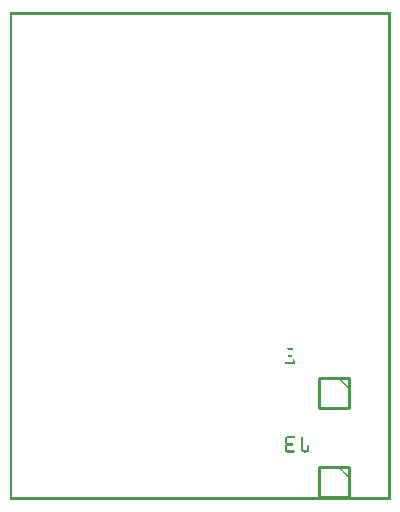
<source format=gbo>
G04 MADE WITH FRITZING*
G04 WWW.FRITZING.ORG*
G04 DOUBLE SIDED*
G04 HOLES PLATED*
G04 CONTOUR ON CENTER OF CONTOUR VECTOR*
%ASAXBY*%
%FSLAX23Y23*%
%MOIN*%
%OFA0B0*%
%SFA1.0B1.0*%
%ADD10C,0.010000*%
%ADD11R,0.001000X0.001000*%
%LNSILK0*%
G90*
G70*
G54D10*
X1131Y407D02*
X1131Y307D01*
D02*
X1131Y307D02*
X1031Y307D01*
D02*
X1031Y307D02*
X1031Y407D01*
D02*
X1031Y407D02*
X1131Y407D01*
D02*
X1131Y112D02*
X1131Y12D01*
D02*
X1131Y12D02*
X1031Y12D01*
D02*
X1031Y12D02*
X1031Y112D01*
D02*
X1031Y112D02*
X1131Y112D01*
G54D11*
X0Y1626D02*
X1269Y1626D01*
X0Y1625D02*
X1269Y1625D01*
X0Y1624D02*
X1269Y1624D01*
X0Y1623D02*
X1269Y1623D01*
X0Y1622D02*
X1269Y1622D01*
X0Y1621D02*
X1269Y1621D01*
X0Y1620D02*
X1269Y1620D01*
X0Y1619D02*
X1269Y1619D01*
X0Y1618D02*
X7Y1618D01*
X1262Y1618D02*
X1269Y1618D01*
X0Y1617D02*
X7Y1617D01*
X1262Y1617D02*
X1269Y1617D01*
X0Y1616D02*
X7Y1616D01*
X1262Y1616D02*
X1269Y1616D01*
X0Y1615D02*
X7Y1615D01*
X1262Y1615D02*
X1269Y1615D01*
X0Y1614D02*
X7Y1614D01*
X1262Y1614D02*
X1269Y1614D01*
X0Y1613D02*
X7Y1613D01*
X1262Y1613D02*
X1269Y1613D01*
X0Y1612D02*
X7Y1612D01*
X1262Y1612D02*
X1269Y1612D01*
X0Y1611D02*
X7Y1611D01*
X1262Y1611D02*
X1269Y1611D01*
X0Y1610D02*
X7Y1610D01*
X1262Y1610D02*
X1269Y1610D01*
X0Y1609D02*
X7Y1609D01*
X1262Y1609D02*
X1269Y1609D01*
X0Y1608D02*
X7Y1608D01*
X1262Y1608D02*
X1269Y1608D01*
X0Y1607D02*
X7Y1607D01*
X1262Y1607D02*
X1269Y1607D01*
X0Y1606D02*
X7Y1606D01*
X1262Y1606D02*
X1269Y1606D01*
X0Y1605D02*
X7Y1605D01*
X1262Y1605D02*
X1269Y1605D01*
X0Y1604D02*
X7Y1604D01*
X1262Y1604D02*
X1269Y1604D01*
X0Y1603D02*
X7Y1603D01*
X1262Y1603D02*
X1269Y1603D01*
X0Y1602D02*
X7Y1602D01*
X1262Y1602D02*
X1269Y1602D01*
X0Y1601D02*
X7Y1601D01*
X1262Y1601D02*
X1269Y1601D01*
X0Y1600D02*
X7Y1600D01*
X1262Y1600D02*
X1269Y1600D01*
X0Y1599D02*
X7Y1599D01*
X1262Y1599D02*
X1269Y1599D01*
X0Y1598D02*
X7Y1598D01*
X1262Y1598D02*
X1269Y1598D01*
X0Y1597D02*
X7Y1597D01*
X1262Y1597D02*
X1269Y1597D01*
X0Y1596D02*
X7Y1596D01*
X1262Y1596D02*
X1269Y1596D01*
X0Y1595D02*
X7Y1595D01*
X1262Y1595D02*
X1269Y1595D01*
X0Y1594D02*
X7Y1594D01*
X1262Y1594D02*
X1269Y1594D01*
X0Y1593D02*
X7Y1593D01*
X1262Y1593D02*
X1269Y1593D01*
X0Y1592D02*
X7Y1592D01*
X1262Y1592D02*
X1269Y1592D01*
X0Y1591D02*
X7Y1591D01*
X1262Y1591D02*
X1269Y1591D01*
X0Y1590D02*
X7Y1590D01*
X1262Y1590D02*
X1269Y1590D01*
X0Y1589D02*
X7Y1589D01*
X1262Y1589D02*
X1269Y1589D01*
X0Y1588D02*
X7Y1588D01*
X1262Y1588D02*
X1269Y1588D01*
X0Y1587D02*
X7Y1587D01*
X1262Y1587D02*
X1269Y1587D01*
X0Y1586D02*
X7Y1586D01*
X1262Y1586D02*
X1269Y1586D01*
X0Y1585D02*
X7Y1585D01*
X1262Y1585D02*
X1269Y1585D01*
X0Y1584D02*
X7Y1584D01*
X1262Y1584D02*
X1269Y1584D01*
X0Y1583D02*
X7Y1583D01*
X1262Y1583D02*
X1269Y1583D01*
X0Y1582D02*
X7Y1582D01*
X1262Y1582D02*
X1269Y1582D01*
X0Y1581D02*
X7Y1581D01*
X1262Y1581D02*
X1269Y1581D01*
X0Y1580D02*
X7Y1580D01*
X1262Y1580D02*
X1269Y1580D01*
X0Y1579D02*
X7Y1579D01*
X1262Y1579D02*
X1269Y1579D01*
X0Y1578D02*
X7Y1578D01*
X1262Y1578D02*
X1269Y1578D01*
X0Y1577D02*
X7Y1577D01*
X1262Y1577D02*
X1269Y1577D01*
X0Y1576D02*
X7Y1576D01*
X1262Y1576D02*
X1269Y1576D01*
X0Y1575D02*
X7Y1575D01*
X1262Y1575D02*
X1269Y1575D01*
X0Y1574D02*
X7Y1574D01*
X1262Y1574D02*
X1269Y1574D01*
X0Y1573D02*
X7Y1573D01*
X1262Y1573D02*
X1269Y1573D01*
X0Y1572D02*
X7Y1572D01*
X1262Y1572D02*
X1269Y1572D01*
X0Y1571D02*
X7Y1571D01*
X1262Y1571D02*
X1269Y1571D01*
X0Y1570D02*
X7Y1570D01*
X1262Y1570D02*
X1269Y1570D01*
X0Y1569D02*
X7Y1569D01*
X1262Y1569D02*
X1269Y1569D01*
X0Y1568D02*
X7Y1568D01*
X1262Y1568D02*
X1269Y1568D01*
X0Y1567D02*
X7Y1567D01*
X1262Y1567D02*
X1269Y1567D01*
X0Y1566D02*
X7Y1566D01*
X1262Y1566D02*
X1269Y1566D01*
X0Y1565D02*
X7Y1565D01*
X1262Y1565D02*
X1269Y1565D01*
X0Y1564D02*
X7Y1564D01*
X1262Y1564D02*
X1269Y1564D01*
X0Y1563D02*
X7Y1563D01*
X1262Y1563D02*
X1269Y1563D01*
X0Y1562D02*
X7Y1562D01*
X1262Y1562D02*
X1269Y1562D01*
X0Y1561D02*
X7Y1561D01*
X1262Y1561D02*
X1269Y1561D01*
X0Y1560D02*
X7Y1560D01*
X1262Y1560D02*
X1269Y1560D01*
X0Y1559D02*
X7Y1559D01*
X1262Y1559D02*
X1269Y1559D01*
X0Y1558D02*
X7Y1558D01*
X1262Y1558D02*
X1269Y1558D01*
X0Y1557D02*
X7Y1557D01*
X1262Y1557D02*
X1269Y1557D01*
X0Y1556D02*
X7Y1556D01*
X1262Y1556D02*
X1269Y1556D01*
X0Y1555D02*
X7Y1555D01*
X1262Y1555D02*
X1269Y1555D01*
X0Y1554D02*
X7Y1554D01*
X1262Y1554D02*
X1269Y1554D01*
X0Y1553D02*
X7Y1553D01*
X1262Y1553D02*
X1269Y1553D01*
X0Y1552D02*
X7Y1552D01*
X1262Y1552D02*
X1269Y1552D01*
X0Y1551D02*
X7Y1551D01*
X1262Y1551D02*
X1269Y1551D01*
X0Y1550D02*
X7Y1550D01*
X1262Y1550D02*
X1269Y1550D01*
X0Y1549D02*
X7Y1549D01*
X1262Y1549D02*
X1269Y1549D01*
X0Y1548D02*
X7Y1548D01*
X1262Y1548D02*
X1269Y1548D01*
X0Y1547D02*
X7Y1547D01*
X1262Y1547D02*
X1269Y1547D01*
X0Y1546D02*
X7Y1546D01*
X1262Y1546D02*
X1269Y1546D01*
X0Y1545D02*
X7Y1545D01*
X1262Y1545D02*
X1269Y1545D01*
X0Y1544D02*
X7Y1544D01*
X1262Y1544D02*
X1269Y1544D01*
X0Y1543D02*
X7Y1543D01*
X1262Y1543D02*
X1269Y1543D01*
X0Y1542D02*
X7Y1542D01*
X1262Y1542D02*
X1269Y1542D01*
X0Y1541D02*
X7Y1541D01*
X1262Y1541D02*
X1269Y1541D01*
X0Y1540D02*
X7Y1540D01*
X1262Y1540D02*
X1269Y1540D01*
X0Y1539D02*
X7Y1539D01*
X1262Y1539D02*
X1269Y1539D01*
X0Y1538D02*
X7Y1538D01*
X1262Y1538D02*
X1269Y1538D01*
X0Y1537D02*
X7Y1537D01*
X1262Y1537D02*
X1269Y1537D01*
X0Y1536D02*
X7Y1536D01*
X1262Y1536D02*
X1269Y1536D01*
X0Y1535D02*
X7Y1535D01*
X1262Y1535D02*
X1269Y1535D01*
X0Y1534D02*
X7Y1534D01*
X1262Y1534D02*
X1269Y1534D01*
X0Y1533D02*
X7Y1533D01*
X1262Y1533D02*
X1269Y1533D01*
X0Y1532D02*
X7Y1532D01*
X1262Y1532D02*
X1269Y1532D01*
X0Y1531D02*
X7Y1531D01*
X1262Y1531D02*
X1269Y1531D01*
X0Y1530D02*
X7Y1530D01*
X1262Y1530D02*
X1269Y1530D01*
X0Y1529D02*
X7Y1529D01*
X1262Y1529D02*
X1269Y1529D01*
X0Y1528D02*
X7Y1528D01*
X1262Y1528D02*
X1269Y1528D01*
X0Y1527D02*
X7Y1527D01*
X1262Y1527D02*
X1269Y1527D01*
X0Y1526D02*
X7Y1526D01*
X1262Y1526D02*
X1269Y1526D01*
X0Y1525D02*
X7Y1525D01*
X1262Y1525D02*
X1269Y1525D01*
X0Y1524D02*
X7Y1524D01*
X1262Y1524D02*
X1269Y1524D01*
X0Y1523D02*
X7Y1523D01*
X1262Y1523D02*
X1269Y1523D01*
X0Y1522D02*
X7Y1522D01*
X1262Y1522D02*
X1269Y1522D01*
X0Y1521D02*
X7Y1521D01*
X1262Y1521D02*
X1269Y1521D01*
X0Y1520D02*
X7Y1520D01*
X1262Y1520D02*
X1269Y1520D01*
X0Y1519D02*
X7Y1519D01*
X1262Y1519D02*
X1269Y1519D01*
X0Y1518D02*
X7Y1518D01*
X1262Y1518D02*
X1269Y1518D01*
X0Y1517D02*
X7Y1517D01*
X1262Y1517D02*
X1269Y1517D01*
X0Y1516D02*
X7Y1516D01*
X1262Y1516D02*
X1269Y1516D01*
X0Y1515D02*
X7Y1515D01*
X1262Y1515D02*
X1269Y1515D01*
X0Y1514D02*
X7Y1514D01*
X1262Y1514D02*
X1269Y1514D01*
X0Y1513D02*
X7Y1513D01*
X1262Y1513D02*
X1269Y1513D01*
X0Y1512D02*
X7Y1512D01*
X1262Y1512D02*
X1269Y1512D01*
X0Y1511D02*
X7Y1511D01*
X1262Y1511D02*
X1269Y1511D01*
X0Y1510D02*
X7Y1510D01*
X1262Y1510D02*
X1269Y1510D01*
X0Y1509D02*
X7Y1509D01*
X1262Y1509D02*
X1269Y1509D01*
X0Y1508D02*
X7Y1508D01*
X1262Y1508D02*
X1269Y1508D01*
X0Y1507D02*
X7Y1507D01*
X1262Y1507D02*
X1269Y1507D01*
X0Y1506D02*
X7Y1506D01*
X1262Y1506D02*
X1269Y1506D01*
X0Y1505D02*
X7Y1505D01*
X1262Y1505D02*
X1269Y1505D01*
X0Y1504D02*
X7Y1504D01*
X1262Y1504D02*
X1269Y1504D01*
X0Y1503D02*
X7Y1503D01*
X1262Y1503D02*
X1269Y1503D01*
X0Y1502D02*
X7Y1502D01*
X1262Y1502D02*
X1269Y1502D01*
X0Y1501D02*
X7Y1501D01*
X1262Y1501D02*
X1269Y1501D01*
X0Y1500D02*
X7Y1500D01*
X1262Y1500D02*
X1269Y1500D01*
X0Y1499D02*
X7Y1499D01*
X1262Y1499D02*
X1269Y1499D01*
X0Y1498D02*
X7Y1498D01*
X1262Y1498D02*
X1269Y1498D01*
X0Y1497D02*
X7Y1497D01*
X1262Y1497D02*
X1269Y1497D01*
X0Y1496D02*
X7Y1496D01*
X1262Y1496D02*
X1269Y1496D01*
X0Y1495D02*
X7Y1495D01*
X1262Y1495D02*
X1269Y1495D01*
X0Y1494D02*
X7Y1494D01*
X1262Y1494D02*
X1269Y1494D01*
X0Y1493D02*
X7Y1493D01*
X1262Y1493D02*
X1269Y1493D01*
X0Y1492D02*
X7Y1492D01*
X1262Y1492D02*
X1269Y1492D01*
X0Y1491D02*
X7Y1491D01*
X1262Y1491D02*
X1269Y1491D01*
X0Y1490D02*
X7Y1490D01*
X1262Y1490D02*
X1269Y1490D01*
X0Y1489D02*
X7Y1489D01*
X1262Y1489D02*
X1269Y1489D01*
X0Y1488D02*
X7Y1488D01*
X1262Y1488D02*
X1269Y1488D01*
X0Y1487D02*
X7Y1487D01*
X1262Y1487D02*
X1269Y1487D01*
X0Y1486D02*
X7Y1486D01*
X1262Y1486D02*
X1269Y1486D01*
X0Y1485D02*
X7Y1485D01*
X1262Y1485D02*
X1269Y1485D01*
X0Y1484D02*
X7Y1484D01*
X1262Y1484D02*
X1269Y1484D01*
X0Y1483D02*
X7Y1483D01*
X1262Y1483D02*
X1269Y1483D01*
X0Y1482D02*
X7Y1482D01*
X1262Y1482D02*
X1269Y1482D01*
X0Y1481D02*
X7Y1481D01*
X1262Y1481D02*
X1269Y1481D01*
X0Y1480D02*
X7Y1480D01*
X1262Y1480D02*
X1269Y1480D01*
X0Y1479D02*
X7Y1479D01*
X1262Y1479D02*
X1269Y1479D01*
X0Y1478D02*
X7Y1478D01*
X1262Y1478D02*
X1269Y1478D01*
X0Y1477D02*
X7Y1477D01*
X1262Y1477D02*
X1269Y1477D01*
X0Y1476D02*
X7Y1476D01*
X1262Y1476D02*
X1269Y1476D01*
X0Y1475D02*
X7Y1475D01*
X1262Y1475D02*
X1269Y1475D01*
X0Y1474D02*
X7Y1474D01*
X1262Y1474D02*
X1269Y1474D01*
X0Y1473D02*
X7Y1473D01*
X1262Y1473D02*
X1269Y1473D01*
X0Y1472D02*
X7Y1472D01*
X1262Y1472D02*
X1269Y1472D01*
X0Y1471D02*
X7Y1471D01*
X1262Y1471D02*
X1269Y1471D01*
X0Y1470D02*
X7Y1470D01*
X1262Y1470D02*
X1269Y1470D01*
X0Y1469D02*
X7Y1469D01*
X1262Y1469D02*
X1269Y1469D01*
X0Y1468D02*
X7Y1468D01*
X1262Y1468D02*
X1269Y1468D01*
X0Y1467D02*
X7Y1467D01*
X1262Y1467D02*
X1269Y1467D01*
X0Y1466D02*
X7Y1466D01*
X1262Y1466D02*
X1269Y1466D01*
X0Y1465D02*
X7Y1465D01*
X1262Y1465D02*
X1269Y1465D01*
X0Y1464D02*
X7Y1464D01*
X1262Y1464D02*
X1269Y1464D01*
X0Y1463D02*
X7Y1463D01*
X1262Y1463D02*
X1269Y1463D01*
X0Y1462D02*
X7Y1462D01*
X1262Y1462D02*
X1269Y1462D01*
X0Y1461D02*
X7Y1461D01*
X1262Y1461D02*
X1269Y1461D01*
X0Y1460D02*
X7Y1460D01*
X1262Y1460D02*
X1269Y1460D01*
X0Y1459D02*
X7Y1459D01*
X1262Y1459D02*
X1269Y1459D01*
X0Y1458D02*
X7Y1458D01*
X1262Y1458D02*
X1269Y1458D01*
X0Y1457D02*
X7Y1457D01*
X1262Y1457D02*
X1269Y1457D01*
X0Y1456D02*
X7Y1456D01*
X1262Y1456D02*
X1269Y1456D01*
X0Y1455D02*
X7Y1455D01*
X1262Y1455D02*
X1269Y1455D01*
X0Y1454D02*
X7Y1454D01*
X1262Y1454D02*
X1269Y1454D01*
X0Y1453D02*
X7Y1453D01*
X1262Y1453D02*
X1269Y1453D01*
X0Y1452D02*
X7Y1452D01*
X1262Y1452D02*
X1269Y1452D01*
X0Y1451D02*
X7Y1451D01*
X1262Y1451D02*
X1269Y1451D01*
X0Y1450D02*
X7Y1450D01*
X1262Y1450D02*
X1269Y1450D01*
X0Y1449D02*
X7Y1449D01*
X1262Y1449D02*
X1269Y1449D01*
X0Y1448D02*
X7Y1448D01*
X1262Y1448D02*
X1269Y1448D01*
X0Y1447D02*
X7Y1447D01*
X1262Y1447D02*
X1269Y1447D01*
X0Y1446D02*
X7Y1446D01*
X1262Y1446D02*
X1269Y1446D01*
X0Y1445D02*
X7Y1445D01*
X1262Y1445D02*
X1269Y1445D01*
X0Y1444D02*
X7Y1444D01*
X1262Y1444D02*
X1269Y1444D01*
X0Y1443D02*
X7Y1443D01*
X1262Y1443D02*
X1269Y1443D01*
X0Y1442D02*
X7Y1442D01*
X1262Y1442D02*
X1269Y1442D01*
X0Y1441D02*
X7Y1441D01*
X1262Y1441D02*
X1269Y1441D01*
X0Y1440D02*
X7Y1440D01*
X1262Y1440D02*
X1269Y1440D01*
X0Y1439D02*
X7Y1439D01*
X1262Y1439D02*
X1269Y1439D01*
X0Y1438D02*
X7Y1438D01*
X1262Y1438D02*
X1269Y1438D01*
X0Y1437D02*
X7Y1437D01*
X1262Y1437D02*
X1269Y1437D01*
X0Y1436D02*
X7Y1436D01*
X1262Y1436D02*
X1269Y1436D01*
X0Y1435D02*
X7Y1435D01*
X1262Y1435D02*
X1269Y1435D01*
X0Y1434D02*
X7Y1434D01*
X1262Y1434D02*
X1269Y1434D01*
X0Y1433D02*
X7Y1433D01*
X1262Y1433D02*
X1269Y1433D01*
X0Y1432D02*
X7Y1432D01*
X1262Y1432D02*
X1269Y1432D01*
X0Y1431D02*
X7Y1431D01*
X1262Y1431D02*
X1269Y1431D01*
X0Y1430D02*
X7Y1430D01*
X1262Y1430D02*
X1269Y1430D01*
X0Y1429D02*
X7Y1429D01*
X1262Y1429D02*
X1269Y1429D01*
X0Y1428D02*
X7Y1428D01*
X1262Y1428D02*
X1269Y1428D01*
X0Y1427D02*
X7Y1427D01*
X1262Y1427D02*
X1269Y1427D01*
X0Y1426D02*
X7Y1426D01*
X1262Y1426D02*
X1269Y1426D01*
X0Y1425D02*
X7Y1425D01*
X1262Y1425D02*
X1269Y1425D01*
X0Y1424D02*
X7Y1424D01*
X1262Y1424D02*
X1269Y1424D01*
X0Y1423D02*
X7Y1423D01*
X1262Y1423D02*
X1269Y1423D01*
X0Y1422D02*
X7Y1422D01*
X1262Y1422D02*
X1269Y1422D01*
X0Y1421D02*
X7Y1421D01*
X1262Y1421D02*
X1269Y1421D01*
X0Y1420D02*
X7Y1420D01*
X1262Y1420D02*
X1269Y1420D01*
X0Y1419D02*
X7Y1419D01*
X1262Y1419D02*
X1269Y1419D01*
X0Y1418D02*
X7Y1418D01*
X1262Y1418D02*
X1269Y1418D01*
X0Y1417D02*
X7Y1417D01*
X1262Y1417D02*
X1269Y1417D01*
X0Y1416D02*
X7Y1416D01*
X1262Y1416D02*
X1269Y1416D01*
X0Y1415D02*
X7Y1415D01*
X1262Y1415D02*
X1269Y1415D01*
X0Y1414D02*
X7Y1414D01*
X1262Y1414D02*
X1269Y1414D01*
X0Y1413D02*
X7Y1413D01*
X1262Y1413D02*
X1269Y1413D01*
X0Y1412D02*
X7Y1412D01*
X1262Y1412D02*
X1269Y1412D01*
X0Y1411D02*
X7Y1411D01*
X1262Y1411D02*
X1269Y1411D01*
X0Y1410D02*
X7Y1410D01*
X1262Y1410D02*
X1269Y1410D01*
X0Y1409D02*
X7Y1409D01*
X1262Y1409D02*
X1269Y1409D01*
X0Y1408D02*
X7Y1408D01*
X1262Y1408D02*
X1269Y1408D01*
X0Y1407D02*
X7Y1407D01*
X1262Y1407D02*
X1269Y1407D01*
X0Y1406D02*
X7Y1406D01*
X1262Y1406D02*
X1269Y1406D01*
X0Y1405D02*
X7Y1405D01*
X1262Y1405D02*
X1269Y1405D01*
X0Y1404D02*
X7Y1404D01*
X1262Y1404D02*
X1269Y1404D01*
X0Y1403D02*
X7Y1403D01*
X1262Y1403D02*
X1269Y1403D01*
X0Y1402D02*
X7Y1402D01*
X1262Y1402D02*
X1269Y1402D01*
X0Y1401D02*
X7Y1401D01*
X1262Y1401D02*
X1269Y1401D01*
X0Y1400D02*
X7Y1400D01*
X1262Y1400D02*
X1269Y1400D01*
X0Y1399D02*
X7Y1399D01*
X1262Y1399D02*
X1269Y1399D01*
X0Y1398D02*
X7Y1398D01*
X1262Y1398D02*
X1269Y1398D01*
X0Y1397D02*
X7Y1397D01*
X1262Y1397D02*
X1269Y1397D01*
X0Y1396D02*
X7Y1396D01*
X1262Y1396D02*
X1269Y1396D01*
X0Y1395D02*
X7Y1395D01*
X1262Y1395D02*
X1269Y1395D01*
X0Y1394D02*
X7Y1394D01*
X1262Y1394D02*
X1269Y1394D01*
X0Y1393D02*
X7Y1393D01*
X1262Y1393D02*
X1269Y1393D01*
X0Y1392D02*
X7Y1392D01*
X1262Y1392D02*
X1269Y1392D01*
X0Y1391D02*
X7Y1391D01*
X1262Y1391D02*
X1269Y1391D01*
X0Y1390D02*
X7Y1390D01*
X1262Y1390D02*
X1269Y1390D01*
X0Y1389D02*
X7Y1389D01*
X1262Y1389D02*
X1269Y1389D01*
X0Y1388D02*
X7Y1388D01*
X1262Y1388D02*
X1269Y1388D01*
X0Y1387D02*
X7Y1387D01*
X1262Y1387D02*
X1269Y1387D01*
X0Y1386D02*
X7Y1386D01*
X1262Y1386D02*
X1269Y1386D01*
X0Y1385D02*
X7Y1385D01*
X1262Y1385D02*
X1269Y1385D01*
X0Y1384D02*
X7Y1384D01*
X1262Y1384D02*
X1269Y1384D01*
X0Y1383D02*
X7Y1383D01*
X1262Y1383D02*
X1269Y1383D01*
X0Y1382D02*
X7Y1382D01*
X1262Y1382D02*
X1269Y1382D01*
X0Y1381D02*
X7Y1381D01*
X1262Y1381D02*
X1269Y1381D01*
X0Y1380D02*
X7Y1380D01*
X1262Y1380D02*
X1269Y1380D01*
X0Y1379D02*
X7Y1379D01*
X1262Y1379D02*
X1269Y1379D01*
X0Y1378D02*
X7Y1378D01*
X1262Y1378D02*
X1269Y1378D01*
X0Y1377D02*
X7Y1377D01*
X1262Y1377D02*
X1269Y1377D01*
X0Y1376D02*
X7Y1376D01*
X1262Y1376D02*
X1269Y1376D01*
X0Y1375D02*
X7Y1375D01*
X1262Y1375D02*
X1269Y1375D01*
X0Y1374D02*
X7Y1374D01*
X1262Y1374D02*
X1269Y1374D01*
X0Y1373D02*
X7Y1373D01*
X1262Y1373D02*
X1269Y1373D01*
X0Y1372D02*
X7Y1372D01*
X1262Y1372D02*
X1269Y1372D01*
X0Y1371D02*
X7Y1371D01*
X1262Y1371D02*
X1269Y1371D01*
X0Y1370D02*
X7Y1370D01*
X1262Y1370D02*
X1269Y1370D01*
X0Y1369D02*
X7Y1369D01*
X1262Y1369D02*
X1269Y1369D01*
X0Y1368D02*
X7Y1368D01*
X1262Y1368D02*
X1269Y1368D01*
X0Y1367D02*
X7Y1367D01*
X1262Y1367D02*
X1269Y1367D01*
X0Y1366D02*
X7Y1366D01*
X1262Y1366D02*
X1269Y1366D01*
X0Y1365D02*
X7Y1365D01*
X1262Y1365D02*
X1269Y1365D01*
X0Y1364D02*
X7Y1364D01*
X1262Y1364D02*
X1269Y1364D01*
X0Y1363D02*
X7Y1363D01*
X1262Y1363D02*
X1269Y1363D01*
X0Y1362D02*
X7Y1362D01*
X1262Y1362D02*
X1269Y1362D01*
X0Y1361D02*
X7Y1361D01*
X1262Y1361D02*
X1269Y1361D01*
X0Y1360D02*
X7Y1360D01*
X1262Y1360D02*
X1269Y1360D01*
X0Y1359D02*
X7Y1359D01*
X1262Y1359D02*
X1269Y1359D01*
X0Y1358D02*
X7Y1358D01*
X1262Y1358D02*
X1269Y1358D01*
X0Y1357D02*
X7Y1357D01*
X1262Y1357D02*
X1269Y1357D01*
X0Y1356D02*
X7Y1356D01*
X1262Y1356D02*
X1269Y1356D01*
X0Y1355D02*
X7Y1355D01*
X1262Y1355D02*
X1269Y1355D01*
X0Y1354D02*
X7Y1354D01*
X1262Y1354D02*
X1269Y1354D01*
X0Y1353D02*
X7Y1353D01*
X1262Y1353D02*
X1269Y1353D01*
X0Y1352D02*
X7Y1352D01*
X1262Y1352D02*
X1269Y1352D01*
X0Y1351D02*
X7Y1351D01*
X1262Y1351D02*
X1269Y1351D01*
X0Y1350D02*
X7Y1350D01*
X1262Y1350D02*
X1269Y1350D01*
X0Y1349D02*
X7Y1349D01*
X1262Y1349D02*
X1269Y1349D01*
X0Y1348D02*
X7Y1348D01*
X1262Y1348D02*
X1269Y1348D01*
X0Y1347D02*
X7Y1347D01*
X1262Y1347D02*
X1269Y1347D01*
X0Y1346D02*
X7Y1346D01*
X1262Y1346D02*
X1269Y1346D01*
X0Y1345D02*
X7Y1345D01*
X1262Y1345D02*
X1269Y1345D01*
X0Y1344D02*
X7Y1344D01*
X1262Y1344D02*
X1269Y1344D01*
X0Y1343D02*
X7Y1343D01*
X1262Y1343D02*
X1269Y1343D01*
X0Y1342D02*
X7Y1342D01*
X1262Y1342D02*
X1269Y1342D01*
X0Y1341D02*
X7Y1341D01*
X1262Y1341D02*
X1269Y1341D01*
X0Y1340D02*
X7Y1340D01*
X1262Y1340D02*
X1269Y1340D01*
X0Y1339D02*
X7Y1339D01*
X1262Y1339D02*
X1269Y1339D01*
X0Y1338D02*
X7Y1338D01*
X1262Y1338D02*
X1269Y1338D01*
X0Y1337D02*
X7Y1337D01*
X1262Y1337D02*
X1269Y1337D01*
X0Y1336D02*
X7Y1336D01*
X1262Y1336D02*
X1269Y1336D01*
X0Y1335D02*
X7Y1335D01*
X1262Y1335D02*
X1269Y1335D01*
X0Y1334D02*
X7Y1334D01*
X1262Y1334D02*
X1269Y1334D01*
X0Y1333D02*
X7Y1333D01*
X1262Y1333D02*
X1269Y1333D01*
X0Y1332D02*
X7Y1332D01*
X1262Y1332D02*
X1269Y1332D01*
X0Y1331D02*
X7Y1331D01*
X1262Y1331D02*
X1269Y1331D01*
X0Y1330D02*
X7Y1330D01*
X1262Y1330D02*
X1269Y1330D01*
X0Y1329D02*
X7Y1329D01*
X1262Y1329D02*
X1269Y1329D01*
X0Y1328D02*
X7Y1328D01*
X1262Y1328D02*
X1269Y1328D01*
X0Y1327D02*
X7Y1327D01*
X1262Y1327D02*
X1269Y1327D01*
X0Y1326D02*
X7Y1326D01*
X1262Y1326D02*
X1269Y1326D01*
X0Y1325D02*
X7Y1325D01*
X1262Y1325D02*
X1269Y1325D01*
X0Y1324D02*
X7Y1324D01*
X1262Y1324D02*
X1269Y1324D01*
X0Y1323D02*
X7Y1323D01*
X1262Y1323D02*
X1269Y1323D01*
X0Y1322D02*
X7Y1322D01*
X1262Y1322D02*
X1269Y1322D01*
X0Y1321D02*
X7Y1321D01*
X1262Y1321D02*
X1269Y1321D01*
X0Y1320D02*
X7Y1320D01*
X1262Y1320D02*
X1269Y1320D01*
X0Y1319D02*
X7Y1319D01*
X1262Y1319D02*
X1269Y1319D01*
X0Y1318D02*
X7Y1318D01*
X1262Y1318D02*
X1269Y1318D01*
X0Y1317D02*
X7Y1317D01*
X1262Y1317D02*
X1269Y1317D01*
X0Y1316D02*
X7Y1316D01*
X1262Y1316D02*
X1269Y1316D01*
X0Y1315D02*
X7Y1315D01*
X1262Y1315D02*
X1269Y1315D01*
X0Y1314D02*
X7Y1314D01*
X1262Y1314D02*
X1269Y1314D01*
X0Y1313D02*
X7Y1313D01*
X1262Y1313D02*
X1269Y1313D01*
X0Y1312D02*
X7Y1312D01*
X1262Y1312D02*
X1269Y1312D01*
X0Y1311D02*
X7Y1311D01*
X1262Y1311D02*
X1269Y1311D01*
X0Y1310D02*
X7Y1310D01*
X1262Y1310D02*
X1269Y1310D01*
X0Y1309D02*
X7Y1309D01*
X1262Y1309D02*
X1269Y1309D01*
X0Y1308D02*
X7Y1308D01*
X1262Y1308D02*
X1269Y1308D01*
X0Y1307D02*
X7Y1307D01*
X1262Y1307D02*
X1269Y1307D01*
X0Y1306D02*
X7Y1306D01*
X1262Y1306D02*
X1269Y1306D01*
X0Y1305D02*
X7Y1305D01*
X1262Y1305D02*
X1269Y1305D01*
X0Y1304D02*
X7Y1304D01*
X1262Y1304D02*
X1269Y1304D01*
X0Y1303D02*
X7Y1303D01*
X1262Y1303D02*
X1269Y1303D01*
X0Y1302D02*
X7Y1302D01*
X1262Y1302D02*
X1269Y1302D01*
X0Y1301D02*
X7Y1301D01*
X1262Y1301D02*
X1269Y1301D01*
X0Y1300D02*
X7Y1300D01*
X1262Y1300D02*
X1269Y1300D01*
X0Y1299D02*
X7Y1299D01*
X1262Y1299D02*
X1269Y1299D01*
X0Y1298D02*
X7Y1298D01*
X1262Y1298D02*
X1269Y1298D01*
X0Y1297D02*
X7Y1297D01*
X1262Y1297D02*
X1269Y1297D01*
X0Y1296D02*
X7Y1296D01*
X1262Y1296D02*
X1269Y1296D01*
X0Y1295D02*
X7Y1295D01*
X1262Y1295D02*
X1269Y1295D01*
X0Y1294D02*
X7Y1294D01*
X1262Y1294D02*
X1269Y1294D01*
X0Y1293D02*
X7Y1293D01*
X1262Y1293D02*
X1269Y1293D01*
X0Y1292D02*
X7Y1292D01*
X1262Y1292D02*
X1269Y1292D01*
X0Y1291D02*
X7Y1291D01*
X1262Y1291D02*
X1269Y1291D01*
X0Y1290D02*
X7Y1290D01*
X1262Y1290D02*
X1269Y1290D01*
X0Y1289D02*
X7Y1289D01*
X1262Y1289D02*
X1269Y1289D01*
X0Y1288D02*
X7Y1288D01*
X1262Y1288D02*
X1269Y1288D01*
X0Y1287D02*
X7Y1287D01*
X1262Y1287D02*
X1269Y1287D01*
X0Y1286D02*
X7Y1286D01*
X1262Y1286D02*
X1269Y1286D01*
X0Y1285D02*
X7Y1285D01*
X1262Y1285D02*
X1269Y1285D01*
X0Y1284D02*
X7Y1284D01*
X1262Y1284D02*
X1269Y1284D01*
X0Y1283D02*
X7Y1283D01*
X1262Y1283D02*
X1269Y1283D01*
X0Y1282D02*
X7Y1282D01*
X1262Y1282D02*
X1269Y1282D01*
X0Y1281D02*
X7Y1281D01*
X1262Y1281D02*
X1269Y1281D01*
X0Y1280D02*
X7Y1280D01*
X1262Y1280D02*
X1269Y1280D01*
X0Y1279D02*
X7Y1279D01*
X1262Y1279D02*
X1269Y1279D01*
X0Y1278D02*
X7Y1278D01*
X1262Y1278D02*
X1269Y1278D01*
X0Y1277D02*
X7Y1277D01*
X1262Y1277D02*
X1269Y1277D01*
X0Y1276D02*
X7Y1276D01*
X1262Y1276D02*
X1269Y1276D01*
X0Y1275D02*
X7Y1275D01*
X1262Y1275D02*
X1269Y1275D01*
X0Y1274D02*
X7Y1274D01*
X1262Y1274D02*
X1269Y1274D01*
X0Y1273D02*
X7Y1273D01*
X1262Y1273D02*
X1269Y1273D01*
X0Y1272D02*
X7Y1272D01*
X1262Y1272D02*
X1269Y1272D01*
X0Y1271D02*
X7Y1271D01*
X1262Y1271D02*
X1269Y1271D01*
X0Y1270D02*
X7Y1270D01*
X1262Y1270D02*
X1269Y1270D01*
X0Y1269D02*
X7Y1269D01*
X1262Y1269D02*
X1269Y1269D01*
X0Y1268D02*
X7Y1268D01*
X1262Y1268D02*
X1269Y1268D01*
X0Y1267D02*
X7Y1267D01*
X1262Y1267D02*
X1269Y1267D01*
X0Y1266D02*
X7Y1266D01*
X1262Y1266D02*
X1269Y1266D01*
X0Y1265D02*
X7Y1265D01*
X1262Y1265D02*
X1269Y1265D01*
X0Y1264D02*
X7Y1264D01*
X1262Y1264D02*
X1269Y1264D01*
X0Y1263D02*
X7Y1263D01*
X1262Y1263D02*
X1269Y1263D01*
X0Y1262D02*
X7Y1262D01*
X1262Y1262D02*
X1269Y1262D01*
X0Y1261D02*
X7Y1261D01*
X1262Y1261D02*
X1269Y1261D01*
X0Y1260D02*
X7Y1260D01*
X1262Y1260D02*
X1269Y1260D01*
X0Y1259D02*
X7Y1259D01*
X1262Y1259D02*
X1269Y1259D01*
X0Y1258D02*
X7Y1258D01*
X1262Y1258D02*
X1269Y1258D01*
X0Y1257D02*
X7Y1257D01*
X1262Y1257D02*
X1269Y1257D01*
X0Y1256D02*
X7Y1256D01*
X1262Y1256D02*
X1269Y1256D01*
X0Y1255D02*
X7Y1255D01*
X1262Y1255D02*
X1269Y1255D01*
X0Y1254D02*
X7Y1254D01*
X1262Y1254D02*
X1269Y1254D01*
X0Y1253D02*
X7Y1253D01*
X1262Y1253D02*
X1269Y1253D01*
X0Y1252D02*
X7Y1252D01*
X1262Y1252D02*
X1269Y1252D01*
X0Y1251D02*
X7Y1251D01*
X1262Y1251D02*
X1269Y1251D01*
X0Y1250D02*
X7Y1250D01*
X1262Y1250D02*
X1269Y1250D01*
X0Y1249D02*
X7Y1249D01*
X1262Y1249D02*
X1269Y1249D01*
X0Y1248D02*
X7Y1248D01*
X1262Y1248D02*
X1269Y1248D01*
X0Y1247D02*
X7Y1247D01*
X1262Y1247D02*
X1269Y1247D01*
X0Y1246D02*
X7Y1246D01*
X1262Y1246D02*
X1269Y1246D01*
X0Y1245D02*
X7Y1245D01*
X1262Y1245D02*
X1269Y1245D01*
X0Y1244D02*
X7Y1244D01*
X1262Y1244D02*
X1269Y1244D01*
X0Y1243D02*
X7Y1243D01*
X1262Y1243D02*
X1269Y1243D01*
X0Y1242D02*
X7Y1242D01*
X1262Y1242D02*
X1269Y1242D01*
X0Y1241D02*
X7Y1241D01*
X1262Y1241D02*
X1269Y1241D01*
X0Y1240D02*
X7Y1240D01*
X1262Y1240D02*
X1269Y1240D01*
X0Y1239D02*
X7Y1239D01*
X1262Y1239D02*
X1269Y1239D01*
X0Y1238D02*
X7Y1238D01*
X1262Y1238D02*
X1269Y1238D01*
X0Y1237D02*
X7Y1237D01*
X1262Y1237D02*
X1269Y1237D01*
X0Y1236D02*
X7Y1236D01*
X1262Y1236D02*
X1269Y1236D01*
X0Y1235D02*
X7Y1235D01*
X1262Y1235D02*
X1269Y1235D01*
X0Y1234D02*
X7Y1234D01*
X1262Y1234D02*
X1269Y1234D01*
X0Y1233D02*
X7Y1233D01*
X1262Y1233D02*
X1269Y1233D01*
X0Y1232D02*
X7Y1232D01*
X1262Y1232D02*
X1269Y1232D01*
X0Y1231D02*
X7Y1231D01*
X1262Y1231D02*
X1269Y1231D01*
X0Y1230D02*
X7Y1230D01*
X1262Y1230D02*
X1269Y1230D01*
X0Y1229D02*
X7Y1229D01*
X1262Y1229D02*
X1269Y1229D01*
X0Y1228D02*
X7Y1228D01*
X1262Y1228D02*
X1269Y1228D01*
X0Y1227D02*
X7Y1227D01*
X1262Y1227D02*
X1269Y1227D01*
X0Y1226D02*
X7Y1226D01*
X1262Y1226D02*
X1269Y1226D01*
X0Y1225D02*
X7Y1225D01*
X1262Y1225D02*
X1269Y1225D01*
X0Y1224D02*
X7Y1224D01*
X1262Y1224D02*
X1269Y1224D01*
X0Y1223D02*
X7Y1223D01*
X1262Y1223D02*
X1269Y1223D01*
X0Y1222D02*
X7Y1222D01*
X1262Y1222D02*
X1269Y1222D01*
X0Y1221D02*
X7Y1221D01*
X1262Y1221D02*
X1269Y1221D01*
X0Y1220D02*
X7Y1220D01*
X1262Y1220D02*
X1269Y1220D01*
X0Y1219D02*
X7Y1219D01*
X1262Y1219D02*
X1269Y1219D01*
X0Y1218D02*
X7Y1218D01*
X1262Y1218D02*
X1269Y1218D01*
X0Y1217D02*
X7Y1217D01*
X1262Y1217D02*
X1269Y1217D01*
X0Y1216D02*
X7Y1216D01*
X1262Y1216D02*
X1269Y1216D01*
X0Y1215D02*
X7Y1215D01*
X1262Y1215D02*
X1269Y1215D01*
X0Y1214D02*
X7Y1214D01*
X1262Y1214D02*
X1269Y1214D01*
X0Y1213D02*
X7Y1213D01*
X1262Y1213D02*
X1269Y1213D01*
X0Y1212D02*
X7Y1212D01*
X1262Y1212D02*
X1269Y1212D01*
X0Y1211D02*
X7Y1211D01*
X1262Y1211D02*
X1269Y1211D01*
X0Y1210D02*
X7Y1210D01*
X1262Y1210D02*
X1269Y1210D01*
X0Y1209D02*
X7Y1209D01*
X1262Y1209D02*
X1269Y1209D01*
X0Y1208D02*
X7Y1208D01*
X1262Y1208D02*
X1269Y1208D01*
X0Y1207D02*
X7Y1207D01*
X1262Y1207D02*
X1269Y1207D01*
X0Y1206D02*
X7Y1206D01*
X1262Y1206D02*
X1269Y1206D01*
X0Y1205D02*
X7Y1205D01*
X1262Y1205D02*
X1269Y1205D01*
X0Y1204D02*
X7Y1204D01*
X1262Y1204D02*
X1269Y1204D01*
X0Y1203D02*
X7Y1203D01*
X1262Y1203D02*
X1269Y1203D01*
X0Y1202D02*
X7Y1202D01*
X1262Y1202D02*
X1269Y1202D01*
X0Y1201D02*
X7Y1201D01*
X1262Y1201D02*
X1269Y1201D01*
X0Y1200D02*
X7Y1200D01*
X1262Y1200D02*
X1269Y1200D01*
X0Y1199D02*
X7Y1199D01*
X1262Y1199D02*
X1269Y1199D01*
X0Y1198D02*
X7Y1198D01*
X1262Y1198D02*
X1269Y1198D01*
X0Y1197D02*
X7Y1197D01*
X1262Y1197D02*
X1269Y1197D01*
X0Y1196D02*
X7Y1196D01*
X1262Y1196D02*
X1269Y1196D01*
X0Y1195D02*
X7Y1195D01*
X1262Y1195D02*
X1269Y1195D01*
X0Y1194D02*
X7Y1194D01*
X1262Y1194D02*
X1269Y1194D01*
X0Y1193D02*
X7Y1193D01*
X1262Y1193D02*
X1269Y1193D01*
X0Y1192D02*
X7Y1192D01*
X1262Y1192D02*
X1269Y1192D01*
X0Y1191D02*
X7Y1191D01*
X1262Y1191D02*
X1269Y1191D01*
X0Y1190D02*
X7Y1190D01*
X1262Y1190D02*
X1269Y1190D01*
X0Y1189D02*
X7Y1189D01*
X1262Y1189D02*
X1269Y1189D01*
X0Y1188D02*
X7Y1188D01*
X1262Y1188D02*
X1269Y1188D01*
X0Y1187D02*
X7Y1187D01*
X1262Y1187D02*
X1269Y1187D01*
X0Y1186D02*
X7Y1186D01*
X1262Y1186D02*
X1269Y1186D01*
X0Y1185D02*
X7Y1185D01*
X1262Y1185D02*
X1269Y1185D01*
X0Y1184D02*
X7Y1184D01*
X1262Y1184D02*
X1269Y1184D01*
X0Y1183D02*
X7Y1183D01*
X1262Y1183D02*
X1269Y1183D01*
X0Y1182D02*
X7Y1182D01*
X1262Y1182D02*
X1269Y1182D01*
X0Y1181D02*
X7Y1181D01*
X1262Y1181D02*
X1269Y1181D01*
X0Y1180D02*
X7Y1180D01*
X1262Y1180D02*
X1269Y1180D01*
X0Y1179D02*
X7Y1179D01*
X1262Y1179D02*
X1269Y1179D01*
X0Y1178D02*
X7Y1178D01*
X1262Y1178D02*
X1269Y1178D01*
X0Y1177D02*
X7Y1177D01*
X1262Y1177D02*
X1269Y1177D01*
X0Y1176D02*
X7Y1176D01*
X1262Y1176D02*
X1269Y1176D01*
X0Y1175D02*
X7Y1175D01*
X1262Y1175D02*
X1269Y1175D01*
X0Y1174D02*
X7Y1174D01*
X1262Y1174D02*
X1269Y1174D01*
X0Y1173D02*
X7Y1173D01*
X1262Y1173D02*
X1269Y1173D01*
X0Y1172D02*
X7Y1172D01*
X1262Y1172D02*
X1269Y1172D01*
X0Y1171D02*
X7Y1171D01*
X1262Y1171D02*
X1269Y1171D01*
X0Y1170D02*
X7Y1170D01*
X1262Y1170D02*
X1269Y1170D01*
X0Y1169D02*
X7Y1169D01*
X1262Y1169D02*
X1269Y1169D01*
X0Y1168D02*
X7Y1168D01*
X1262Y1168D02*
X1269Y1168D01*
X0Y1167D02*
X7Y1167D01*
X1262Y1167D02*
X1269Y1167D01*
X0Y1166D02*
X7Y1166D01*
X1262Y1166D02*
X1269Y1166D01*
X0Y1165D02*
X7Y1165D01*
X1262Y1165D02*
X1269Y1165D01*
X0Y1164D02*
X7Y1164D01*
X1262Y1164D02*
X1269Y1164D01*
X0Y1163D02*
X7Y1163D01*
X1262Y1163D02*
X1269Y1163D01*
X0Y1162D02*
X7Y1162D01*
X1262Y1162D02*
X1269Y1162D01*
X0Y1161D02*
X7Y1161D01*
X1262Y1161D02*
X1269Y1161D01*
X0Y1160D02*
X7Y1160D01*
X1262Y1160D02*
X1269Y1160D01*
X0Y1159D02*
X7Y1159D01*
X1262Y1159D02*
X1269Y1159D01*
X0Y1158D02*
X7Y1158D01*
X1262Y1158D02*
X1269Y1158D01*
X0Y1157D02*
X7Y1157D01*
X1262Y1157D02*
X1269Y1157D01*
X0Y1156D02*
X7Y1156D01*
X1262Y1156D02*
X1269Y1156D01*
X0Y1155D02*
X7Y1155D01*
X1262Y1155D02*
X1269Y1155D01*
X0Y1154D02*
X7Y1154D01*
X1262Y1154D02*
X1269Y1154D01*
X0Y1153D02*
X7Y1153D01*
X1262Y1153D02*
X1269Y1153D01*
X0Y1152D02*
X7Y1152D01*
X1262Y1152D02*
X1269Y1152D01*
X0Y1151D02*
X7Y1151D01*
X1262Y1151D02*
X1269Y1151D01*
X0Y1150D02*
X7Y1150D01*
X1262Y1150D02*
X1269Y1150D01*
X0Y1149D02*
X7Y1149D01*
X1262Y1149D02*
X1269Y1149D01*
X0Y1148D02*
X7Y1148D01*
X1262Y1148D02*
X1269Y1148D01*
X0Y1147D02*
X7Y1147D01*
X1262Y1147D02*
X1269Y1147D01*
X0Y1146D02*
X7Y1146D01*
X1262Y1146D02*
X1269Y1146D01*
X0Y1145D02*
X7Y1145D01*
X1262Y1145D02*
X1269Y1145D01*
X0Y1144D02*
X7Y1144D01*
X1262Y1144D02*
X1269Y1144D01*
X0Y1143D02*
X7Y1143D01*
X1262Y1143D02*
X1269Y1143D01*
X0Y1142D02*
X7Y1142D01*
X1262Y1142D02*
X1269Y1142D01*
X0Y1141D02*
X7Y1141D01*
X1262Y1141D02*
X1269Y1141D01*
X0Y1140D02*
X7Y1140D01*
X1262Y1140D02*
X1269Y1140D01*
X0Y1139D02*
X7Y1139D01*
X1262Y1139D02*
X1269Y1139D01*
X0Y1138D02*
X7Y1138D01*
X1262Y1138D02*
X1269Y1138D01*
X0Y1137D02*
X7Y1137D01*
X1262Y1137D02*
X1269Y1137D01*
X0Y1136D02*
X7Y1136D01*
X1262Y1136D02*
X1269Y1136D01*
X0Y1135D02*
X7Y1135D01*
X1262Y1135D02*
X1269Y1135D01*
X0Y1134D02*
X7Y1134D01*
X1262Y1134D02*
X1269Y1134D01*
X0Y1133D02*
X7Y1133D01*
X1262Y1133D02*
X1269Y1133D01*
X0Y1132D02*
X7Y1132D01*
X1262Y1132D02*
X1269Y1132D01*
X0Y1131D02*
X7Y1131D01*
X1262Y1131D02*
X1269Y1131D01*
X0Y1130D02*
X7Y1130D01*
X1262Y1130D02*
X1269Y1130D01*
X0Y1129D02*
X7Y1129D01*
X1262Y1129D02*
X1269Y1129D01*
X0Y1128D02*
X7Y1128D01*
X1262Y1128D02*
X1269Y1128D01*
X0Y1127D02*
X7Y1127D01*
X1262Y1127D02*
X1269Y1127D01*
X0Y1126D02*
X7Y1126D01*
X1262Y1126D02*
X1269Y1126D01*
X0Y1125D02*
X7Y1125D01*
X1262Y1125D02*
X1269Y1125D01*
X0Y1124D02*
X7Y1124D01*
X1262Y1124D02*
X1269Y1124D01*
X0Y1123D02*
X7Y1123D01*
X1262Y1123D02*
X1269Y1123D01*
X0Y1122D02*
X7Y1122D01*
X1262Y1122D02*
X1269Y1122D01*
X0Y1121D02*
X7Y1121D01*
X1262Y1121D02*
X1269Y1121D01*
X0Y1120D02*
X7Y1120D01*
X1262Y1120D02*
X1269Y1120D01*
X0Y1119D02*
X7Y1119D01*
X1262Y1119D02*
X1269Y1119D01*
X0Y1118D02*
X7Y1118D01*
X1262Y1118D02*
X1269Y1118D01*
X0Y1117D02*
X7Y1117D01*
X1262Y1117D02*
X1269Y1117D01*
X0Y1116D02*
X7Y1116D01*
X1262Y1116D02*
X1269Y1116D01*
X0Y1115D02*
X7Y1115D01*
X1262Y1115D02*
X1269Y1115D01*
X0Y1114D02*
X7Y1114D01*
X1262Y1114D02*
X1269Y1114D01*
X0Y1113D02*
X7Y1113D01*
X1262Y1113D02*
X1269Y1113D01*
X0Y1112D02*
X7Y1112D01*
X1262Y1112D02*
X1269Y1112D01*
X0Y1111D02*
X7Y1111D01*
X1262Y1111D02*
X1269Y1111D01*
X0Y1110D02*
X7Y1110D01*
X1262Y1110D02*
X1269Y1110D01*
X0Y1109D02*
X7Y1109D01*
X1262Y1109D02*
X1269Y1109D01*
X0Y1108D02*
X7Y1108D01*
X1262Y1108D02*
X1269Y1108D01*
X0Y1107D02*
X7Y1107D01*
X1262Y1107D02*
X1269Y1107D01*
X0Y1106D02*
X7Y1106D01*
X1262Y1106D02*
X1269Y1106D01*
X0Y1105D02*
X7Y1105D01*
X1262Y1105D02*
X1269Y1105D01*
X0Y1104D02*
X7Y1104D01*
X1262Y1104D02*
X1269Y1104D01*
X0Y1103D02*
X7Y1103D01*
X1262Y1103D02*
X1269Y1103D01*
X0Y1102D02*
X7Y1102D01*
X1262Y1102D02*
X1269Y1102D01*
X0Y1101D02*
X7Y1101D01*
X1262Y1101D02*
X1269Y1101D01*
X0Y1100D02*
X7Y1100D01*
X1262Y1100D02*
X1269Y1100D01*
X0Y1099D02*
X7Y1099D01*
X1262Y1099D02*
X1269Y1099D01*
X0Y1098D02*
X7Y1098D01*
X1262Y1098D02*
X1269Y1098D01*
X0Y1097D02*
X7Y1097D01*
X1262Y1097D02*
X1269Y1097D01*
X0Y1096D02*
X7Y1096D01*
X1262Y1096D02*
X1269Y1096D01*
X0Y1095D02*
X7Y1095D01*
X1262Y1095D02*
X1269Y1095D01*
X0Y1094D02*
X7Y1094D01*
X1262Y1094D02*
X1269Y1094D01*
X0Y1093D02*
X7Y1093D01*
X1262Y1093D02*
X1269Y1093D01*
X0Y1092D02*
X7Y1092D01*
X1262Y1092D02*
X1269Y1092D01*
X0Y1091D02*
X7Y1091D01*
X1262Y1091D02*
X1269Y1091D01*
X0Y1090D02*
X7Y1090D01*
X1262Y1090D02*
X1269Y1090D01*
X0Y1089D02*
X7Y1089D01*
X1262Y1089D02*
X1269Y1089D01*
X0Y1088D02*
X7Y1088D01*
X1262Y1088D02*
X1269Y1088D01*
X0Y1087D02*
X7Y1087D01*
X1262Y1087D02*
X1269Y1087D01*
X0Y1086D02*
X7Y1086D01*
X1262Y1086D02*
X1269Y1086D01*
X0Y1085D02*
X7Y1085D01*
X1262Y1085D02*
X1269Y1085D01*
X0Y1084D02*
X7Y1084D01*
X1262Y1084D02*
X1269Y1084D01*
X0Y1083D02*
X7Y1083D01*
X1262Y1083D02*
X1269Y1083D01*
X0Y1082D02*
X7Y1082D01*
X1262Y1082D02*
X1269Y1082D01*
X0Y1081D02*
X7Y1081D01*
X1262Y1081D02*
X1269Y1081D01*
X0Y1080D02*
X7Y1080D01*
X1262Y1080D02*
X1269Y1080D01*
X0Y1079D02*
X7Y1079D01*
X1262Y1079D02*
X1269Y1079D01*
X0Y1078D02*
X7Y1078D01*
X1262Y1078D02*
X1269Y1078D01*
X0Y1077D02*
X7Y1077D01*
X1262Y1077D02*
X1269Y1077D01*
X0Y1076D02*
X7Y1076D01*
X1262Y1076D02*
X1269Y1076D01*
X0Y1075D02*
X7Y1075D01*
X1262Y1075D02*
X1269Y1075D01*
X0Y1074D02*
X7Y1074D01*
X1262Y1074D02*
X1269Y1074D01*
X0Y1073D02*
X7Y1073D01*
X1262Y1073D02*
X1269Y1073D01*
X0Y1072D02*
X7Y1072D01*
X1262Y1072D02*
X1269Y1072D01*
X0Y1071D02*
X7Y1071D01*
X1262Y1071D02*
X1269Y1071D01*
X0Y1070D02*
X7Y1070D01*
X1262Y1070D02*
X1269Y1070D01*
X0Y1069D02*
X7Y1069D01*
X1262Y1069D02*
X1269Y1069D01*
X0Y1068D02*
X7Y1068D01*
X1262Y1068D02*
X1269Y1068D01*
X0Y1067D02*
X7Y1067D01*
X1262Y1067D02*
X1269Y1067D01*
X0Y1066D02*
X7Y1066D01*
X1262Y1066D02*
X1269Y1066D01*
X0Y1065D02*
X7Y1065D01*
X1262Y1065D02*
X1269Y1065D01*
X0Y1064D02*
X7Y1064D01*
X1262Y1064D02*
X1269Y1064D01*
X0Y1063D02*
X7Y1063D01*
X1262Y1063D02*
X1269Y1063D01*
X0Y1062D02*
X7Y1062D01*
X1262Y1062D02*
X1269Y1062D01*
X0Y1061D02*
X7Y1061D01*
X1262Y1061D02*
X1269Y1061D01*
X0Y1060D02*
X7Y1060D01*
X1262Y1060D02*
X1269Y1060D01*
X0Y1059D02*
X7Y1059D01*
X1262Y1059D02*
X1269Y1059D01*
X0Y1058D02*
X7Y1058D01*
X1262Y1058D02*
X1269Y1058D01*
X0Y1057D02*
X7Y1057D01*
X1262Y1057D02*
X1269Y1057D01*
X0Y1056D02*
X7Y1056D01*
X1262Y1056D02*
X1269Y1056D01*
X0Y1055D02*
X7Y1055D01*
X1262Y1055D02*
X1269Y1055D01*
X0Y1054D02*
X7Y1054D01*
X1262Y1054D02*
X1269Y1054D01*
X0Y1053D02*
X7Y1053D01*
X1262Y1053D02*
X1269Y1053D01*
X0Y1052D02*
X7Y1052D01*
X1262Y1052D02*
X1269Y1052D01*
X0Y1051D02*
X7Y1051D01*
X1262Y1051D02*
X1269Y1051D01*
X0Y1050D02*
X7Y1050D01*
X1262Y1050D02*
X1269Y1050D01*
X0Y1049D02*
X7Y1049D01*
X1262Y1049D02*
X1269Y1049D01*
X0Y1048D02*
X7Y1048D01*
X1262Y1048D02*
X1269Y1048D01*
X0Y1047D02*
X7Y1047D01*
X1262Y1047D02*
X1269Y1047D01*
X0Y1046D02*
X7Y1046D01*
X1262Y1046D02*
X1269Y1046D01*
X0Y1045D02*
X7Y1045D01*
X1262Y1045D02*
X1269Y1045D01*
X0Y1044D02*
X7Y1044D01*
X1262Y1044D02*
X1269Y1044D01*
X0Y1043D02*
X7Y1043D01*
X1262Y1043D02*
X1269Y1043D01*
X0Y1042D02*
X7Y1042D01*
X1262Y1042D02*
X1269Y1042D01*
X0Y1041D02*
X7Y1041D01*
X1262Y1041D02*
X1269Y1041D01*
X0Y1040D02*
X7Y1040D01*
X1262Y1040D02*
X1269Y1040D01*
X0Y1039D02*
X7Y1039D01*
X1262Y1039D02*
X1269Y1039D01*
X0Y1038D02*
X7Y1038D01*
X1262Y1038D02*
X1269Y1038D01*
X0Y1037D02*
X7Y1037D01*
X1262Y1037D02*
X1269Y1037D01*
X0Y1036D02*
X7Y1036D01*
X1262Y1036D02*
X1269Y1036D01*
X0Y1035D02*
X7Y1035D01*
X1262Y1035D02*
X1269Y1035D01*
X0Y1034D02*
X7Y1034D01*
X1262Y1034D02*
X1269Y1034D01*
X0Y1033D02*
X7Y1033D01*
X1262Y1033D02*
X1269Y1033D01*
X0Y1032D02*
X7Y1032D01*
X1262Y1032D02*
X1269Y1032D01*
X0Y1031D02*
X7Y1031D01*
X1262Y1031D02*
X1269Y1031D01*
X0Y1030D02*
X7Y1030D01*
X1262Y1030D02*
X1269Y1030D01*
X0Y1029D02*
X7Y1029D01*
X1262Y1029D02*
X1269Y1029D01*
X0Y1028D02*
X7Y1028D01*
X1262Y1028D02*
X1269Y1028D01*
X0Y1027D02*
X7Y1027D01*
X1262Y1027D02*
X1269Y1027D01*
X0Y1026D02*
X7Y1026D01*
X1262Y1026D02*
X1269Y1026D01*
X0Y1025D02*
X7Y1025D01*
X1262Y1025D02*
X1269Y1025D01*
X0Y1024D02*
X7Y1024D01*
X1262Y1024D02*
X1269Y1024D01*
X0Y1023D02*
X7Y1023D01*
X1262Y1023D02*
X1269Y1023D01*
X0Y1022D02*
X7Y1022D01*
X1262Y1022D02*
X1269Y1022D01*
X0Y1021D02*
X7Y1021D01*
X1262Y1021D02*
X1269Y1021D01*
X0Y1020D02*
X7Y1020D01*
X1262Y1020D02*
X1269Y1020D01*
X0Y1019D02*
X7Y1019D01*
X1262Y1019D02*
X1269Y1019D01*
X0Y1018D02*
X7Y1018D01*
X1262Y1018D02*
X1269Y1018D01*
X0Y1017D02*
X7Y1017D01*
X1262Y1017D02*
X1269Y1017D01*
X0Y1016D02*
X7Y1016D01*
X1262Y1016D02*
X1269Y1016D01*
X0Y1015D02*
X7Y1015D01*
X1262Y1015D02*
X1269Y1015D01*
X0Y1014D02*
X7Y1014D01*
X1262Y1014D02*
X1269Y1014D01*
X0Y1013D02*
X7Y1013D01*
X1262Y1013D02*
X1269Y1013D01*
X0Y1012D02*
X7Y1012D01*
X1262Y1012D02*
X1269Y1012D01*
X0Y1011D02*
X7Y1011D01*
X1262Y1011D02*
X1269Y1011D01*
X0Y1010D02*
X7Y1010D01*
X1262Y1010D02*
X1269Y1010D01*
X0Y1009D02*
X7Y1009D01*
X1262Y1009D02*
X1269Y1009D01*
X0Y1008D02*
X7Y1008D01*
X1262Y1008D02*
X1269Y1008D01*
X0Y1007D02*
X7Y1007D01*
X1262Y1007D02*
X1269Y1007D01*
X0Y1006D02*
X7Y1006D01*
X1262Y1006D02*
X1269Y1006D01*
X0Y1005D02*
X7Y1005D01*
X1262Y1005D02*
X1269Y1005D01*
X0Y1004D02*
X7Y1004D01*
X1262Y1004D02*
X1269Y1004D01*
X0Y1003D02*
X7Y1003D01*
X1262Y1003D02*
X1269Y1003D01*
X0Y1002D02*
X7Y1002D01*
X1262Y1002D02*
X1269Y1002D01*
X0Y1001D02*
X7Y1001D01*
X1262Y1001D02*
X1269Y1001D01*
X0Y1000D02*
X7Y1000D01*
X1262Y1000D02*
X1269Y1000D01*
X0Y999D02*
X7Y999D01*
X1262Y999D02*
X1269Y999D01*
X0Y998D02*
X7Y998D01*
X1262Y998D02*
X1269Y998D01*
X0Y997D02*
X7Y997D01*
X1262Y997D02*
X1269Y997D01*
X0Y996D02*
X7Y996D01*
X1262Y996D02*
X1269Y996D01*
X0Y995D02*
X7Y995D01*
X1262Y995D02*
X1269Y995D01*
X0Y994D02*
X7Y994D01*
X1262Y994D02*
X1269Y994D01*
X0Y993D02*
X7Y993D01*
X1262Y993D02*
X1269Y993D01*
X0Y992D02*
X7Y992D01*
X1262Y992D02*
X1269Y992D01*
X0Y991D02*
X7Y991D01*
X1262Y991D02*
X1269Y991D01*
X0Y990D02*
X7Y990D01*
X1262Y990D02*
X1269Y990D01*
X0Y989D02*
X7Y989D01*
X1262Y989D02*
X1269Y989D01*
X0Y988D02*
X7Y988D01*
X1262Y988D02*
X1269Y988D01*
X0Y987D02*
X7Y987D01*
X1262Y987D02*
X1269Y987D01*
X0Y986D02*
X7Y986D01*
X1262Y986D02*
X1269Y986D01*
X0Y985D02*
X7Y985D01*
X1262Y985D02*
X1269Y985D01*
X0Y984D02*
X7Y984D01*
X1262Y984D02*
X1269Y984D01*
X0Y983D02*
X7Y983D01*
X1262Y983D02*
X1269Y983D01*
X0Y982D02*
X7Y982D01*
X1262Y982D02*
X1269Y982D01*
X0Y981D02*
X7Y981D01*
X1262Y981D02*
X1269Y981D01*
X0Y980D02*
X7Y980D01*
X1262Y980D02*
X1269Y980D01*
X0Y979D02*
X7Y979D01*
X1262Y979D02*
X1269Y979D01*
X0Y978D02*
X7Y978D01*
X1262Y978D02*
X1269Y978D01*
X0Y977D02*
X7Y977D01*
X1262Y977D02*
X1269Y977D01*
X0Y976D02*
X7Y976D01*
X1262Y976D02*
X1269Y976D01*
X0Y975D02*
X7Y975D01*
X1262Y975D02*
X1269Y975D01*
X0Y974D02*
X7Y974D01*
X1262Y974D02*
X1269Y974D01*
X0Y973D02*
X7Y973D01*
X1262Y973D02*
X1269Y973D01*
X0Y972D02*
X7Y972D01*
X1262Y972D02*
X1269Y972D01*
X0Y971D02*
X7Y971D01*
X1262Y971D02*
X1269Y971D01*
X0Y970D02*
X7Y970D01*
X1262Y970D02*
X1269Y970D01*
X0Y969D02*
X7Y969D01*
X1262Y969D02*
X1269Y969D01*
X0Y968D02*
X7Y968D01*
X1262Y968D02*
X1269Y968D01*
X0Y967D02*
X7Y967D01*
X1262Y967D02*
X1269Y967D01*
X0Y966D02*
X7Y966D01*
X1262Y966D02*
X1269Y966D01*
X0Y965D02*
X7Y965D01*
X1262Y965D02*
X1269Y965D01*
X0Y964D02*
X7Y964D01*
X1262Y964D02*
X1269Y964D01*
X0Y963D02*
X7Y963D01*
X1262Y963D02*
X1269Y963D01*
X0Y962D02*
X7Y962D01*
X1262Y962D02*
X1269Y962D01*
X0Y961D02*
X7Y961D01*
X1262Y961D02*
X1269Y961D01*
X0Y960D02*
X7Y960D01*
X1262Y960D02*
X1269Y960D01*
X0Y959D02*
X7Y959D01*
X1262Y959D02*
X1269Y959D01*
X0Y958D02*
X7Y958D01*
X1262Y958D02*
X1269Y958D01*
X0Y957D02*
X7Y957D01*
X1262Y957D02*
X1269Y957D01*
X0Y956D02*
X7Y956D01*
X1262Y956D02*
X1269Y956D01*
X0Y955D02*
X7Y955D01*
X1262Y955D02*
X1269Y955D01*
X0Y954D02*
X7Y954D01*
X1262Y954D02*
X1269Y954D01*
X0Y953D02*
X7Y953D01*
X1262Y953D02*
X1269Y953D01*
X0Y952D02*
X7Y952D01*
X1262Y952D02*
X1269Y952D01*
X0Y951D02*
X7Y951D01*
X1262Y951D02*
X1269Y951D01*
X0Y950D02*
X7Y950D01*
X1262Y950D02*
X1269Y950D01*
X0Y949D02*
X7Y949D01*
X1262Y949D02*
X1269Y949D01*
X0Y948D02*
X7Y948D01*
X1262Y948D02*
X1269Y948D01*
X0Y947D02*
X7Y947D01*
X1262Y947D02*
X1269Y947D01*
X0Y946D02*
X7Y946D01*
X1262Y946D02*
X1269Y946D01*
X0Y945D02*
X7Y945D01*
X1262Y945D02*
X1269Y945D01*
X0Y944D02*
X7Y944D01*
X1262Y944D02*
X1269Y944D01*
X0Y943D02*
X7Y943D01*
X1262Y943D02*
X1269Y943D01*
X0Y942D02*
X7Y942D01*
X1262Y942D02*
X1269Y942D01*
X0Y941D02*
X7Y941D01*
X1262Y941D02*
X1269Y941D01*
X0Y940D02*
X7Y940D01*
X1262Y940D02*
X1269Y940D01*
X0Y939D02*
X7Y939D01*
X1262Y939D02*
X1269Y939D01*
X0Y938D02*
X7Y938D01*
X1262Y938D02*
X1269Y938D01*
X0Y937D02*
X7Y937D01*
X1262Y937D02*
X1269Y937D01*
X0Y936D02*
X7Y936D01*
X1262Y936D02*
X1269Y936D01*
X0Y935D02*
X7Y935D01*
X1262Y935D02*
X1269Y935D01*
X0Y934D02*
X7Y934D01*
X1262Y934D02*
X1269Y934D01*
X0Y933D02*
X7Y933D01*
X1262Y933D02*
X1269Y933D01*
X0Y932D02*
X7Y932D01*
X1262Y932D02*
X1269Y932D01*
X0Y931D02*
X7Y931D01*
X1262Y931D02*
X1269Y931D01*
X0Y930D02*
X7Y930D01*
X1262Y930D02*
X1269Y930D01*
X0Y929D02*
X7Y929D01*
X1262Y929D02*
X1269Y929D01*
X0Y928D02*
X7Y928D01*
X1262Y928D02*
X1269Y928D01*
X0Y927D02*
X7Y927D01*
X1262Y927D02*
X1269Y927D01*
X0Y926D02*
X7Y926D01*
X1262Y926D02*
X1269Y926D01*
X0Y925D02*
X7Y925D01*
X1262Y925D02*
X1269Y925D01*
X0Y924D02*
X7Y924D01*
X1262Y924D02*
X1269Y924D01*
X0Y923D02*
X7Y923D01*
X1262Y923D02*
X1269Y923D01*
X0Y922D02*
X7Y922D01*
X1262Y922D02*
X1269Y922D01*
X0Y921D02*
X7Y921D01*
X1262Y921D02*
X1269Y921D01*
X0Y920D02*
X7Y920D01*
X1262Y920D02*
X1269Y920D01*
X0Y919D02*
X7Y919D01*
X1262Y919D02*
X1269Y919D01*
X0Y918D02*
X7Y918D01*
X1262Y918D02*
X1269Y918D01*
X0Y917D02*
X7Y917D01*
X1262Y917D02*
X1269Y917D01*
X0Y916D02*
X7Y916D01*
X1262Y916D02*
X1269Y916D01*
X0Y915D02*
X7Y915D01*
X1262Y915D02*
X1269Y915D01*
X0Y914D02*
X7Y914D01*
X1262Y914D02*
X1269Y914D01*
X0Y913D02*
X7Y913D01*
X1262Y913D02*
X1269Y913D01*
X0Y912D02*
X7Y912D01*
X1262Y912D02*
X1269Y912D01*
X0Y911D02*
X7Y911D01*
X1262Y911D02*
X1269Y911D01*
X0Y910D02*
X7Y910D01*
X1262Y910D02*
X1269Y910D01*
X0Y909D02*
X7Y909D01*
X1262Y909D02*
X1269Y909D01*
X0Y908D02*
X7Y908D01*
X1262Y908D02*
X1269Y908D01*
X0Y907D02*
X7Y907D01*
X1262Y907D02*
X1269Y907D01*
X0Y906D02*
X7Y906D01*
X1262Y906D02*
X1269Y906D01*
X0Y905D02*
X7Y905D01*
X1262Y905D02*
X1269Y905D01*
X0Y904D02*
X7Y904D01*
X1262Y904D02*
X1269Y904D01*
X0Y903D02*
X7Y903D01*
X1262Y903D02*
X1269Y903D01*
X0Y902D02*
X7Y902D01*
X1262Y902D02*
X1269Y902D01*
X0Y901D02*
X7Y901D01*
X1262Y901D02*
X1269Y901D01*
X0Y900D02*
X7Y900D01*
X1262Y900D02*
X1269Y900D01*
X0Y899D02*
X7Y899D01*
X1262Y899D02*
X1269Y899D01*
X0Y898D02*
X7Y898D01*
X1262Y898D02*
X1269Y898D01*
X0Y897D02*
X7Y897D01*
X1262Y897D02*
X1269Y897D01*
X0Y896D02*
X7Y896D01*
X1262Y896D02*
X1269Y896D01*
X0Y895D02*
X7Y895D01*
X1262Y895D02*
X1269Y895D01*
X0Y894D02*
X7Y894D01*
X1262Y894D02*
X1269Y894D01*
X0Y893D02*
X7Y893D01*
X1262Y893D02*
X1269Y893D01*
X0Y892D02*
X7Y892D01*
X1262Y892D02*
X1269Y892D01*
X0Y891D02*
X7Y891D01*
X1262Y891D02*
X1269Y891D01*
X0Y890D02*
X7Y890D01*
X1262Y890D02*
X1269Y890D01*
X0Y889D02*
X7Y889D01*
X1262Y889D02*
X1269Y889D01*
X0Y888D02*
X7Y888D01*
X1262Y888D02*
X1269Y888D01*
X0Y887D02*
X7Y887D01*
X1262Y887D02*
X1269Y887D01*
X0Y886D02*
X7Y886D01*
X1262Y886D02*
X1269Y886D01*
X0Y885D02*
X7Y885D01*
X1262Y885D02*
X1269Y885D01*
X0Y884D02*
X7Y884D01*
X1262Y884D02*
X1269Y884D01*
X0Y883D02*
X7Y883D01*
X1262Y883D02*
X1269Y883D01*
X0Y882D02*
X7Y882D01*
X1262Y882D02*
X1269Y882D01*
X0Y881D02*
X7Y881D01*
X1262Y881D02*
X1269Y881D01*
X0Y880D02*
X7Y880D01*
X1262Y880D02*
X1269Y880D01*
X0Y879D02*
X7Y879D01*
X1262Y879D02*
X1269Y879D01*
X0Y878D02*
X7Y878D01*
X1262Y878D02*
X1269Y878D01*
X0Y877D02*
X7Y877D01*
X1262Y877D02*
X1269Y877D01*
X0Y876D02*
X7Y876D01*
X1262Y876D02*
X1269Y876D01*
X0Y875D02*
X7Y875D01*
X1262Y875D02*
X1269Y875D01*
X0Y874D02*
X7Y874D01*
X1262Y874D02*
X1269Y874D01*
X0Y873D02*
X7Y873D01*
X1262Y873D02*
X1269Y873D01*
X0Y872D02*
X7Y872D01*
X1262Y872D02*
X1269Y872D01*
X0Y871D02*
X7Y871D01*
X1262Y871D02*
X1269Y871D01*
X0Y870D02*
X7Y870D01*
X1262Y870D02*
X1269Y870D01*
X0Y869D02*
X7Y869D01*
X1262Y869D02*
X1269Y869D01*
X0Y868D02*
X7Y868D01*
X1262Y868D02*
X1269Y868D01*
X0Y867D02*
X7Y867D01*
X1262Y867D02*
X1269Y867D01*
X0Y866D02*
X7Y866D01*
X1262Y866D02*
X1269Y866D01*
X0Y865D02*
X7Y865D01*
X1262Y865D02*
X1269Y865D01*
X0Y864D02*
X7Y864D01*
X1262Y864D02*
X1269Y864D01*
X0Y863D02*
X7Y863D01*
X1262Y863D02*
X1269Y863D01*
X0Y862D02*
X7Y862D01*
X1262Y862D02*
X1269Y862D01*
X0Y861D02*
X7Y861D01*
X1262Y861D02*
X1269Y861D01*
X0Y860D02*
X7Y860D01*
X1262Y860D02*
X1269Y860D01*
X0Y859D02*
X7Y859D01*
X1262Y859D02*
X1269Y859D01*
X0Y858D02*
X7Y858D01*
X1262Y858D02*
X1269Y858D01*
X0Y857D02*
X7Y857D01*
X1262Y857D02*
X1269Y857D01*
X0Y856D02*
X7Y856D01*
X1262Y856D02*
X1269Y856D01*
X0Y855D02*
X7Y855D01*
X1262Y855D02*
X1269Y855D01*
X0Y854D02*
X7Y854D01*
X1262Y854D02*
X1269Y854D01*
X0Y853D02*
X7Y853D01*
X1262Y853D02*
X1269Y853D01*
X0Y852D02*
X7Y852D01*
X1262Y852D02*
X1269Y852D01*
X0Y851D02*
X7Y851D01*
X1262Y851D02*
X1269Y851D01*
X0Y850D02*
X7Y850D01*
X1262Y850D02*
X1269Y850D01*
X0Y849D02*
X7Y849D01*
X1262Y849D02*
X1269Y849D01*
X0Y848D02*
X7Y848D01*
X1262Y848D02*
X1269Y848D01*
X0Y847D02*
X7Y847D01*
X1262Y847D02*
X1269Y847D01*
X0Y846D02*
X7Y846D01*
X1262Y846D02*
X1269Y846D01*
X0Y845D02*
X7Y845D01*
X1262Y845D02*
X1269Y845D01*
X0Y844D02*
X7Y844D01*
X1262Y844D02*
X1269Y844D01*
X0Y843D02*
X7Y843D01*
X1262Y843D02*
X1269Y843D01*
X0Y842D02*
X7Y842D01*
X1262Y842D02*
X1269Y842D01*
X0Y841D02*
X7Y841D01*
X1262Y841D02*
X1269Y841D01*
X0Y840D02*
X7Y840D01*
X1262Y840D02*
X1269Y840D01*
X0Y839D02*
X7Y839D01*
X1262Y839D02*
X1269Y839D01*
X0Y838D02*
X7Y838D01*
X1262Y838D02*
X1269Y838D01*
X0Y837D02*
X7Y837D01*
X1262Y837D02*
X1269Y837D01*
X0Y836D02*
X7Y836D01*
X1262Y836D02*
X1269Y836D01*
X0Y835D02*
X7Y835D01*
X1262Y835D02*
X1269Y835D01*
X0Y834D02*
X7Y834D01*
X1262Y834D02*
X1269Y834D01*
X0Y833D02*
X7Y833D01*
X1262Y833D02*
X1269Y833D01*
X0Y832D02*
X7Y832D01*
X1262Y832D02*
X1269Y832D01*
X0Y831D02*
X7Y831D01*
X1262Y831D02*
X1269Y831D01*
X0Y830D02*
X7Y830D01*
X1262Y830D02*
X1269Y830D01*
X0Y829D02*
X7Y829D01*
X1262Y829D02*
X1269Y829D01*
X0Y828D02*
X7Y828D01*
X1262Y828D02*
X1269Y828D01*
X0Y827D02*
X7Y827D01*
X1262Y827D02*
X1269Y827D01*
X0Y826D02*
X7Y826D01*
X1262Y826D02*
X1269Y826D01*
X0Y825D02*
X7Y825D01*
X1262Y825D02*
X1269Y825D01*
X0Y824D02*
X7Y824D01*
X1262Y824D02*
X1269Y824D01*
X0Y823D02*
X7Y823D01*
X1262Y823D02*
X1269Y823D01*
X0Y822D02*
X7Y822D01*
X1262Y822D02*
X1269Y822D01*
X0Y821D02*
X7Y821D01*
X1262Y821D02*
X1269Y821D01*
X0Y820D02*
X7Y820D01*
X1262Y820D02*
X1269Y820D01*
X0Y819D02*
X7Y819D01*
X1262Y819D02*
X1269Y819D01*
X0Y818D02*
X7Y818D01*
X1262Y818D02*
X1269Y818D01*
X0Y817D02*
X7Y817D01*
X1262Y817D02*
X1269Y817D01*
X0Y816D02*
X7Y816D01*
X1262Y816D02*
X1269Y816D01*
X0Y815D02*
X7Y815D01*
X1262Y815D02*
X1269Y815D01*
X0Y814D02*
X7Y814D01*
X1262Y814D02*
X1269Y814D01*
X0Y813D02*
X7Y813D01*
X1262Y813D02*
X1269Y813D01*
X0Y812D02*
X7Y812D01*
X1262Y812D02*
X1269Y812D01*
X0Y811D02*
X7Y811D01*
X1262Y811D02*
X1269Y811D01*
X0Y810D02*
X7Y810D01*
X1262Y810D02*
X1269Y810D01*
X0Y809D02*
X7Y809D01*
X1262Y809D02*
X1269Y809D01*
X0Y808D02*
X7Y808D01*
X1262Y808D02*
X1269Y808D01*
X0Y807D02*
X7Y807D01*
X1262Y807D02*
X1269Y807D01*
X0Y806D02*
X7Y806D01*
X1262Y806D02*
X1269Y806D01*
X0Y805D02*
X7Y805D01*
X1262Y805D02*
X1269Y805D01*
X0Y804D02*
X7Y804D01*
X1262Y804D02*
X1269Y804D01*
X0Y803D02*
X7Y803D01*
X1262Y803D02*
X1269Y803D01*
X0Y802D02*
X7Y802D01*
X1262Y802D02*
X1269Y802D01*
X0Y801D02*
X7Y801D01*
X1262Y801D02*
X1269Y801D01*
X0Y800D02*
X7Y800D01*
X1262Y800D02*
X1269Y800D01*
X0Y799D02*
X7Y799D01*
X1262Y799D02*
X1269Y799D01*
X0Y798D02*
X7Y798D01*
X1262Y798D02*
X1269Y798D01*
X0Y797D02*
X7Y797D01*
X1262Y797D02*
X1269Y797D01*
X0Y796D02*
X7Y796D01*
X1262Y796D02*
X1269Y796D01*
X0Y795D02*
X7Y795D01*
X1262Y795D02*
X1269Y795D01*
X0Y794D02*
X7Y794D01*
X1262Y794D02*
X1269Y794D01*
X0Y793D02*
X7Y793D01*
X1262Y793D02*
X1269Y793D01*
X0Y792D02*
X7Y792D01*
X1262Y792D02*
X1269Y792D01*
X0Y791D02*
X7Y791D01*
X1262Y791D02*
X1269Y791D01*
X0Y790D02*
X7Y790D01*
X1262Y790D02*
X1269Y790D01*
X0Y789D02*
X7Y789D01*
X1262Y789D02*
X1269Y789D01*
X0Y788D02*
X7Y788D01*
X1262Y788D02*
X1269Y788D01*
X0Y787D02*
X7Y787D01*
X1262Y787D02*
X1269Y787D01*
X0Y786D02*
X7Y786D01*
X1262Y786D02*
X1269Y786D01*
X0Y785D02*
X7Y785D01*
X1262Y785D02*
X1269Y785D01*
X0Y784D02*
X7Y784D01*
X1262Y784D02*
X1269Y784D01*
X0Y783D02*
X7Y783D01*
X1262Y783D02*
X1269Y783D01*
X0Y782D02*
X7Y782D01*
X1262Y782D02*
X1269Y782D01*
X0Y781D02*
X7Y781D01*
X1262Y781D02*
X1269Y781D01*
X0Y780D02*
X7Y780D01*
X1262Y780D02*
X1269Y780D01*
X0Y779D02*
X7Y779D01*
X1262Y779D02*
X1269Y779D01*
X0Y778D02*
X7Y778D01*
X1262Y778D02*
X1269Y778D01*
X0Y777D02*
X7Y777D01*
X1262Y777D02*
X1269Y777D01*
X0Y776D02*
X7Y776D01*
X1262Y776D02*
X1269Y776D01*
X0Y775D02*
X7Y775D01*
X1262Y775D02*
X1269Y775D01*
X0Y774D02*
X7Y774D01*
X1262Y774D02*
X1269Y774D01*
X0Y773D02*
X7Y773D01*
X1262Y773D02*
X1269Y773D01*
X0Y772D02*
X7Y772D01*
X1262Y772D02*
X1269Y772D01*
X0Y771D02*
X7Y771D01*
X1262Y771D02*
X1269Y771D01*
X0Y770D02*
X7Y770D01*
X1262Y770D02*
X1269Y770D01*
X0Y769D02*
X7Y769D01*
X1262Y769D02*
X1269Y769D01*
X0Y768D02*
X7Y768D01*
X1262Y768D02*
X1269Y768D01*
X0Y767D02*
X7Y767D01*
X1262Y767D02*
X1269Y767D01*
X0Y766D02*
X7Y766D01*
X1262Y766D02*
X1269Y766D01*
X0Y765D02*
X7Y765D01*
X1262Y765D02*
X1269Y765D01*
X0Y764D02*
X7Y764D01*
X1262Y764D02*
X1269Y764D01*
X0Y763D02*
X7Y763D01*
X1262Y763D02*
X1269Y763D01*
X0Y762D02*
X7Y762D01*
X1262Y762D02*
X1269Y762D01*
X0Y761D02*
X7Y761D01*
X1262Y761D02*
X1269Y761D01*
X0Y760D02*
X7Y760D01*
X1262Y760D02*
X1269Y760D01*
X0Y759D02*
X7Y759D01*
X1262Y759D02*
X1269Y759D01*
X0Y758D02*
X7Y758D01*
X1262Y758D02*
X1269Y758D01*
X0Y757D02*
X7Y757D01*
X1262Y757D02*
X1269Y757D01*
X0Y756D02*
X7Y756D01*
X1262Y756D02*
X1269Y756D01*
X0Y755D02*
X7Y755D01*
X1262Y755D02*
X1269Y755D01*
X0Y754D02*
X7Y754D01*
X1262Y754D02*
X1269Y754D01*
X0Y753D02*
X7Y753D01*
X1262Y753D02*
X1269Y753D01*
X0Y752D02*
X7Y752D01*
X1262Y752D02*
X1269Y752D01*
X0Y751D02*
X7Y751D01*
X1262Y751D02*
X1269Y751D01*
X0Y750D02*
X7Y750D01*
X1262Y750D02*
X1269Y750D01*
X0Y749D02*
X7Y749D01*
X1262Y749D02*
X1269Y749D01*
X0Y748D02*
X7Y748D01*
X1262Y748D02*
X1269Y748D01*
X0Y747D02*
X7Y747D01*
X1262Y747D02*
X1269Y747D01*
X0Y746D02*
X7Y746D01*
X1262Y746D02*
X1269Y746D01*
X0Y745D02*
X7Y745D01*
X1262Y745D02*
X1269Y745D01*
X0Y744D02*
X7Y744D01*
X1262Y744D02*
X1269Y744D01*
X0Y743D02*
X7Y743D01*
X1262Y743D02*
X1269Y743D01*
X0Y742D02*
X7Y742D01*
X1262Y742D02*
X1269Y742D01*
X0Y741D02*
X7Y741D01*
X1262Y741D02*
X1269Y741D01*
X0Y740D02*
X7Y740D01*
X1262Y740D02*
X1269Y740D01*
X0Y739D02*
X7Y739D01*
X1262Y739D02*
X1269Y739D01*
X0Y738D02*
X7Y738D01*
X1262Y738D02*
X1269Y738D01*
X0Y737D02*
X7Y737D01*
X1262Y737D02*
X1269Y737D01*
X0Y736D02*
X7Y736D01*
X1262Y736D02*
X1269Y736D01*
X0Y735D02*
X7Y735D01*
X1262Y735D02*
X1269Y735D01*
X0Y734D02*
X7Y734D01*
X1262Y734D02*
X1269Y734D01*
X0Y733D02*
X7Y733D01*
X1262Y733D02*
X1269Y733D01*
X0Y732D02*
X7Y732D01*
X1262Y732D02*
X1269Y732D01*
X0Y731D02*
X7Y731D01*
X1262Y731D02*
X1269Y731D01*
X0Y730D02*
X7Y730D01*
X1262Y730D02*
X1269Y730D01*
X0Y729D02*
X7Y729D01*
X1262Y729D02*
X1269Y729D01*
X0Y728D02*
X7Y728D01*
X1262Y728D02*
X1269Y728D01*
X0Y727D02*
X7Y727D01*
X1262Y727D02*
X1269Y727D01*
X0Y726D02*
X7Y726D01*
X1262Y726D02*
X1269Y726D01*
X0Y725D02*
X7Y725D01*
X1262Y725D02*
X1269Y725D01*
X0Y724D02*
X7Y724D01*
X1262Y724D02*
X1269Y724D01*
X0Y723D02*
X7Y723D01*
X1262Y723D02*
X1269Y723D01*
X0Y722D02*
X7Y722D01*
X1262Y722D02*
X1269Y722D01*
X0Y721D02*
X7Y721D01*
X1262Y721D02*
X1269Y721D01*
X0Y720D02*
X7Y720D01*
X1262Y720D02*
X1269Y720D01*
X0Y719D02*
X7Y719D01*
X1262Y719D02*
X1269Y719D01*
X0Y718D02*
X7Y718D01*
X1262Y718D02*
X1269Y718D01*
X0Y717D02*
X7Y717D01*
X1262Y717D02*
X1269Y717D01*
X0Y716D02*
X7Y716D01*
X1262Y716D02*
X1269Y716D01*
X0Y715D02*
X7Y715D01*
X1262Y715D02*
X1269Y715D01*
X0Y714D02*
X7Y714D01*
X1262Y714D02*
X1269Y714D01*
X0Y713D02*
X7Y713D01*
X1262Y713D02*
X1269Y713D01*
X0Y712D02*
X7Y712D01*
X1262Y712D02*
X1269Y712D01*
X0Y711D02*
X7Y711D01*
X1262Y711D02*
X1269Y711D01*
X0Y710D02*
X7Y710D01*
X1262Y710D02*
X1269Y710D01*
X0Y709D02*
X7Y709D01*
X1262Y709D02*
X1269Y709D01*
X0Y708D02*
X7Y708D01*
X1262Y708D02*
X1269Y708D01*
X0Y707D02*
X7Y707D01*
X1262Y707D02*
X1269Y707D01*
X0Y706D02*
X7Y706D01*
X1262Y706D02*
X1269Y706D01*
X0Y705D02*
X7Y705D01*
X1262Y705D02*
X1269Y705D01*
X0Y704D02*
X7Y704D01*
X1262Y704D02*
X1269Y704D01*
X0Y703D02*
X7Y703D01*
X1262Y703D02*
X1269Y703D01*
X0Y702D02*
X7Y702D01*
X1262Y702D02*
X1269Y702D01*
X0Y701D02*
X7Y701D01*
X1262Y701D02*
X1269Y701D01*
X0Y700D02*
X7Y700D01*
X1262Y700D02*
X1269Y700D01*
X0Y699D02*
X7Y699D01*
X1262Y699D02*
X1269Y699D01*
X0Y698D02*
X7Y698D01*
X1262Y698D02*
X1269Y698D01*
X0Y697D02*
X7Y697D01*
X1262Y697D02*
X1269Y697D01*
X0Y696D02*
X7Y696D01*
X1262Y696D02*
X1269Y696D01*
X0Y695D02*
X7Y695D01*
X1262Y695D02*
X1269Y695D01*
X0Y694D02*
X7Y694D01*
X1262Y694D02*
X1269Y694D01*
X0Y693D02*
X7Y693D01*
X1262Y693D02*
X1269Y693D01*
X0Y692D02*
X7Y692D01*
X1262Y692D02*
X1269Y692D01*
X0Y691D02*
X7Y691D01*
X1262Y691D02*
X1269Y691D01*
X0Y690D02*
X7Y690D01*
X1262Y690D02*
X1269Y690D01*
X0Y689D02*
X7Y689D01*
X1262Y689D02*
X1269Y689D01*
X0Y688D02*
X7Y688D01*
X1262Y688D02*
X1269Y688D01*
X0Y687D02*
X7Y687D01*
X1262Y687D02*
X1269Y687D01*
X0Y686D02*
X7Y686D01*
X1262Y686D02*
X1269Y686D01*
X0Y685D02*
X7Y685D01*
X1262Y685D02*
X1269Y685D01*
X0Y684D02*
X7Y684D01*
X1262Y684D02*
X1269Y684D01*
X0Y683D02*
X7Y683D01*
X1262Y683D02*
X1269Y683D01*
X0Y682D02*
X7Y682D01*
X1262Y682D02*
X1269Y682D01*
X0Y681D02*
X7Y681D01*
X1262Y681D02*
X1269Y681D01*
X0Y680D02*
X7Y680D01*
X1262Y680D02*
X1269Y680D01*
X0Y679D02*
X7Y679D01*
X1262Y679D02*
X1269Y679D01*
X0Y678D02*
X7Y678D01*
X1262Y678D02*
X1269Y678D01*
X0Y677D02*
X7Y677D01*
X1262Y677D02*
X1269Y677D01*
X0Y676D02*
X7Y676D01*
X1262Y676D02*
X1269Y676D01*
X0Y675D02*
X7Y675D01*
X1262Y675D02*
X1269Y675D01*
X0Y674D02*
X7Y674D01*
X1262Y674D02*
X1269Y674D01*
X0Y673D02*
X7Y673D01*
X1262Y673D02*
X1269Y673D01*
X0Y672D02*
X7Y672D01*
X1262Y672D02*
X1269Y672D01*
X0Y671D02*
X7Y671D01*
X1262Y671D02*
X1269Y671D01*
X0Y670D02*
X7Y670D01*
X1262Y670D02*
X1269Y670D01*
X0Y669D02*
X7Y669D01*
X1262Y669D02*
X1269Y669D01*
X0Y668D02*
X7Y668D01*
X1262Y668D02*
X1269Y668D01*
X0Y667D02*
X7Y667D01*
X1262Y667D02*
X1269Y667D01*
X0Y666D02*
X7Y666D01*
X1262Y666D02*
X1269Y666D01*
X0Y665D02*
X7Y665D01*
X1262Y665D02*
X1269Y665D01*
X0Y664D02*
X7Y664D01*
X1262Y664D02*
X1269Y664D01*
X0Y663D02*
X7Y663D01*
X1262Y663D02*
X1269Y663D01*
X0Y662D02*
X7Y662D01*
X1262Y662D02*
X1269Y662D01*
X0Y661D02*
X7Y661D01*
X1262Y661D02*
X1269Y661D01*
X0Y660D02*
X7Y660D01*
X1262Y660D02*
X1269Y660D01*
X0Y659D02*
X7Y659D01*
X1262Y659D02*
X1269Y659D01*
X0Y658D02*
X7Y658D01*
X1262Y658D02*
X1269Y658D01*
X0Y657D02*
X7Y657D01*
X1262Y657D02*
X1269Y657D01*
X0Y656D02*
X7Y656D01*
X1262Y656D02*
X1269Y656D01*
X0Y655D02*
X7Y655D01*
X1262Y655D02*
X1269Y655D01*
X0Y654D02*
X7Y654D01*
X1262Y654D02*
X1269Y654D01*
X0Y653D02*
X7Y653D01*
X1262Y653D02*
X1269Y653D01*
X0Y652D02*
X7Y652D01*
X1262Y652D02*
X1269Y652D01*
X0Y651D02*
X7Y651D01*
X1262Y651D02*
X1269Y651D01*
X0Y650D02*
X7Y650D01*
X1262Y650D02*
X1269Y650D01*
X0Y649D02*
X7Y649D01*
X1262Y649D02*
X1269Y649D01*
X0Y648D02*
X7Y648D01*
X1262Y648D02*
X1269Y648D01*
X0Y647D02*
X7Y647D01*
X1262Y647D02*
X1269Y647D01*
X0Y646D02*
X7Y646D01*
X1262Y646D02*
X1269Y646D01*
X0Y645D02*
X7Y645D01*
X1262Y645D02*
X1269Y645D01*
X0Y644D02*
X7Y644D01*
X1262Y644D02*
X1269Y644D01*
X0Y643D02*
X7Y643D01*
X1262Y643D02*
X1269Y643D01*
X0Y642D02*
X7Y642D01*
X1262Y642D02*
X1269Y642D01*
X0Y641D02*
X7Y641D01*
X1262Y641D02*
X1269Y641D01*
X0Y640D02*
X7Y640D01*
X1262Y640D02*
X1269Y640D01*
X0Y639D02*
X7Y639D01*
X1262Y639D02*
X1269Y639D01*
X0Y638D02*
X7Y638D01*
X1262Y638D02*
X1269Y638D01*
X0Y637D02*
X7Y637D01*
X1262Y637D02*
X1269Y637D01*
X0Y636D02*
X7Y636D01*
X1262Y636D02*
X1269Y636D01*
X0Y635D02*
X7Y635D01*
X1262Y635D02*
X1269Y635D01*
X0Y634D02*
X7Y634D01*
X1262Y634D02*
X1269Y634D01*
X0Y633D02*
X7Y633D01*
X1262Y633D02*
X1269Y633D01*
X0Y632D02*
X7Y632D01*
X1262Y632D02*
X1269Y632D01*
X0Y631D02*
X7Y631D01*
X1262Y631D02*
X1269Y631D01*
X0Y630D02*
X7Y630D01*
X1262Y630D02*
X1269Y630D01*
X0Y629D02*
X7Y629D01*
X1262Y629D02*
X1269Y629D01*
X0Y628D02*
X7Y628D01*
X1262Y628D02*
X1269Y628D01*
X0Y627D02*
X7Y627D01*
X1262Y627D02*
X1269Y627D01*
X0Y626D02*
X7Y626D01*
X1262Y626D02*
X1269Y626D01*
X0Y625D02*
X7Y625D01*
X1262Y625D02*
X1269Y625D01*
X0Y624D02*
X7Y624D01*
X1262Y624D02*
X1269Y624D01*
X0Y623D02*
X7Y623D01*
X1262Y623D02*
X1269Y623D01*
X0Y622D02*
X7Y622D01*
X1262Y622D02*
X1269Y622D01*
X0Y621D02*
X7Y621D01*
X1262Y621D02*
X1269Y621D01*
X0Y620D02*
X7Y620D01*
X1262Y620D02*
X1269Y620D01*
X0Y619D02*
X7Y619D01*
X1262Y619D02*
X1269Y619D01*
X0Y618D02*
X7Y618D01*
X1262Y618D02*
X1269Y618D01*
X0Y617D02*
X7Y617D01*
X1262Y617D02*
X1269Y617D01*
X0Y616D02*
X7Y616D01*
X1262Y616D02*
X1269Y616D01*
X0Y615D02*
X7Y615D01*
X1262Y615D02*
X1269Y615D01*
X0Y614D02*
X7Y614D01*
X1262Y614D02*
X1269Y614D01*
X0Y613D02*
X7Y613D01*
X1262Y613D02*
X1269Y613D01*
X0Y612D02*
X7Y612D01*
X1262Y612D02*
X1269Y612D01*
X0Y611D02*
X7Y611D01*
X1262Y611D02*
X1269Y611D01*
X0Y610D02*
X7Y610D01*
X1262Y610D02*
X1269Y610D01*
X0Y609D02*
X7Y609D01*
X1262Y609D02*
X1269Y609D01*
X0Y608D02*
X7Y608D01*
X1262Y608D02*
X1269Y608D01*
X0Y607D02*
X7Y607D01*
X1262Y607D02*
X1269Y607D01*
X0Y606D02*
X7Y606D01*
X1262Y606D02*
X1269Y606D01*
X0Y605D02*
X7Y605D01*
X1262Y605D02*
X1269Y605D01*
X0Y604D02*
X7Y604D01*
X1262Y604D02*
X1269Y604D01*
X0Y603D02*
X7Y603D01*
X1262Y603D02*
X1269Y603D01*
X0Y602D02*
X7Y602D01*
X1262Y602D02*
X1269Y602D01*
X0Y601D02*
X7Y601D01*
X1262Y601D02*
X1269Y601D01*
X0Y600D02*
X7Y600D01*
X1262Y600D02*
X1269Y600D01*
X0Y599D02*
X7Y599D01*
X1262Y599D02*
X1269Y599D01*
X0Y598D02*
X7Y598D01*
X1262Y598D02*
X1269Y598D01*
X0Y597D02*
X7Y597D01*
X1262Y597D02*
X1269Y597D01*
X0Y596D02*
X7Y596D01*
X1262Y596D02*
X1269Y596D01*
X0Y595D02*
X7Y595D01*
X1262Y595D02*
X1269Y595D01*
X0Y594D02*
X7Y594D01*
X1262Y594D02*
X1269Y594D01*
X0Y593D02*
X7Y593D01*
X1262Y593D02*
X1269Y593D01*
X0Y592D02*
X7Y592D01*
X1262Y592D02*
X1269Y592D01*
X0Y591D02*
X7Y591D01*
X1262Y591D02*
X1269Y591D01*
X0Y590D02*
X7Y590D01*
X1262Y590D02*
X1269Y590D01*
X0Y589D02*
X7Y589D01*
X1262Y589D02*
X1269Y589D01*
X0Y588D02*
X7Y588D01*
X1262Y588D02*
X1269Y588D01*
X0Y587D02*
X7Y587D01*
X1262Y587D02*
X1269Y587D01*
X0Y586D02*
X7Y586D01*
X1262Y586D02*
X1269Y586D01*
X0Y585D02*
X7Y585D01*
X1262Y585D02*
X1269Y585D01*
X0Y584D02*
X7Y584D01*
X1262Y584D02*
X1269Y584D01*
X0Y583D02*
X7Y583D01*
X1262Y583D02*
X1269Y583D01*
X0Y582D02*
X7Y582D01*
X1262Y582D02*
X1269Y582D01*
X0Y581D02*
X7Y581D01*
X1262Y581D02*
X1269Y581D01*
X0Y580D02*
X7Y580D01*
X1262Y580D02*
X1269Y580D01*
X0Y579D02*
X7Y579D01*
X1262Y579D02*
X1269Y579D01*
X0Y578D02*
X7Y578D01*
X1262Y578D02*
X1269Y578D01*
X0Y577D02*
X7Y577D01*
X1262Y577D02*
X1269Y577D01*
X0Y576D02*
X7Y576D01*
X1262Y576D02*
X1269Y576D01*
X0Y575D02*
X7Y575D01*
X1262Y575D02*
X1269Y575D01*
X0Y574D02*
X7Y574D01*
X1262Y574D02*
X1269Y574D01*
X0Y573D02*
X7Y573D01*
X1262Y573D02*
X1269Y573D01*
X0Y572D02*
X7Y572D01*
X1262Y572D02*
X1269Y572D01*
X0Y571D02*
X7Y571D01*
X1262Y571D02*
X1269Y571D01*
X0Y570D02*
X7Y570D01*
X1262Y570D02*
X1269Y570D01*
X0Y569D02*
X7Y569D01*
X1262Y569D02*
X1269Y569D01*
X0Y568D02*
X7Y568D01*
X1262Y568D02*
X1269Y568D01*
X0Y567D02*
X7Y567D01*
X1262Y567D02*
X1269Y567D01*
X0Y566D02*
X7Y566D01*
X1262Y566D02*
X1269Y566D01*
X0Y565D02*
X7Y565D01*
X1262Y565D02*
X1269Y565D01*
X0Y564D02*
X7Y564D01*
X1262Y564D02*
X1269Y564D01*
X0Y563D02*
X7Y563D01*
X1262Y563D02*
X1269Y563D01*
X0Y562D02*
X7Y562D01*
X1262Y562D02*
X1269Y562D01*
X0Y561D02*
X7Y561D01*
X1262Y561D02*
X1269Y561D01*
X0Y560D02*
X7Y560D01*
X1262Y560D02*
X1269Y560D01*
X0Y559D02*
X7Y559D01*
X1262Y559D02*
X1269Y559D01*
X0Y558D02*
X7Y558D01*
X1262Y558D02*
X1269Y558D01*
X0Y557D02*
X7Y557D01*
X1262Y557D02*
X1269Y557D01*
X0Y556D02*
X7Y556D01*
X1262Y556D02*
X1269Y556D01*
X0Y555D02*
X7Y555D01*
X1262Y555D02*
X1269Y555D01*
X0Y554D02*
X7Y554D01*
X1262Y554D02*
X1269Y554D01*
X0Y553D02*
X7Y553D01*
X1262Y553D02*
X1269Y553D01*
X0Y552D02*
X7Y552D01*
X1262Y552D02*
X1269Y552D01*
X0Y551D02*
X7Y551D01*
X1262Y551D02*
X1269Y551D01*
X0Y550D02*
X7Y550D01*
X1262Y550D02*
X1269Y550D01*
X0Y549D02*
X7Y549D01*
X1262Y549D02*
X1269Y549D01*
X0Y548D02*
X7Y548D01*
X1262Y548D02*
X1269Y548D01*
X0Y547D02*
X7Y547D01*
X1262Y547D02*
X1269Y547D01*
X0Y546D02*
X7Y546D01*
X1262Y546D02*
X1269Y546D01*
X0Y545D02*
X7Y545D01*
X1262Y545D02*
X1269Y545D01*
X0Y544D02*
X7Y544D01*
X1262Y544D02*
X1269Y544D01*
X0Y543D02*
X7Y543D01*
X1262Y543D02*
X1269Y543D01*
X0Y542D02*
X7Y542D01*
X1262Y542D02*
X1269Y542D01*
X0Y541D02*
X7Y541D01*
X1262Y541D02*
X1269Y541D01*
X0Y540D02*
X7Y540D01*
X1262Y540D02*
X1269Y540D01*
X0Y539D02*
X7Y539D01*
X1262Y539D02*
X1269Y539D01*
X0Y538D02*
X7Y538D01*
X1262Y538D02*
X1269Y538D01*
X0Y537D02*
X7Y537D01*
X1262Y537D02*
X1269Y537D01*
X0Y536D02*
X7Y536D01*
X1262Y536D02*
X1269Y536D01*
X0Y535D02*
X7Y535D01*
X1262Y535D02*
X1269Y535D01*
X0Y534D02*
X7Y534D01*
X1262Y534D02*
X1269Y534D01*
X0Y533D02*
X7Y533D01*
X1262Y533D02*
X1269Y533D01*
X0Y532D02*
X7Y532D01*
X1262Y532D02*
X1269Y532D01*
X0Y531D02*
X7Y531D01*
X1262Y531D02*
X1269Y531D01*
X0Y530D02*
X7Y530D01*
X1262Y530D02*
X1269Y530D01*
X0Y529D02*
X7Y529D01*
X1262Y529D02*
X1269Y529D01*
X0Y528D02*
X7Y528D01*
X1262Y528D02*
X1269Y528D01*
X0Y527D02*
X7Y527D01*
X1262Y527D02*
X1269Y527D01*
X0Y526D02*
X7Y526D01*
X1262Y526D02*
X1269Y526D01*
X0Y525D02*
X7Y525D01*
X1262Y525D02*
X1269Y525D01*
X0Y524D02*
X7Y524D01*
X1262Y524D02*
X1269Y524D01*
X0Y523D02*
X7Y523D01*
X1262Y523D02*
X1269Y523D01*
X0Y522D02*
X7Y522D01*
X1262Y522D02*
X1269Y522D01*
X0Y521D02*
X7Y521D01*
X1262Y521D02*
X1269Y521D01*
X0Y520D02*
X7Y520D01*
X1262Y520D02*
X1269Y520D01*
X0Y519D02*
X7Y519D01*
X1262Y519D02*
X1269Y519D01*
X0Y518D02*
X7Y518D01*
X1262Y518D02*
X1269Y518D01*
X0Y517D02*
X7Y517D01*
X1262Y517D02*
X1269Y517D01*
X0Y516D02*
X7Y516D01*
X1262Y516D02*
X1269Y516D01*
X0Y515D02*
X7Y515D01*
X1262Y515D02*
X1269Y515D01*
X0Y514D02*
X7Y514D01*
X1262Y514D02*
X1269Y514D01*
X0Y513D02*
X7Y513D01*
X1262Y513D02*
X1269Y513D01*
X0Y512D02*
X7Y512D01*
X1262Y512D02*
X1269Y512D01*
X0Y511D02*
X7Y511D01*
X1262Y511D02*
X1269Y511D01*
X0Y510D02*
X7Y510D01*
X1262Y510D02*
X1269Y510D01*
X0Y509D02*
X7Y509D01*
X1262Y509D02*
X1269Y509D01*
X0Y508D02*
X7Y508D01*
X925Y508D02*
X945Y508D01*
X1262Y508D02*
X1269Y508D01*
X0Y507D02*
X7Y507D01*
X926Y507D02*
X945Y507D01*
X1262Y507D02*
X1269Y507D01*
X0Y506D02*
X7Y506D01*
X926Y506D02*
X944Y506D01*
X1262Y506D02*
X1269Y506D01*
X0Y505D02*
X7Y505D01*
X927Y505D02*
X944Y505D01*
X1262Y505D02*
X1269Y505D01*
X0Y504D02*
X7Y504D01*
X927Y504D02*
X944Y504D01*
X1262Y504D02*
X1269Y504D01*
X0Y503D02*
X7Y503D01*
X927Y503D02*
X943Y503D01*
X1262Y503D02*
X1269Y503D01*
X0Y502D02*
X7Y502D01*
X928Y502D02*
X943Y502D01*
X1262Y502D02*
X1269Y502D01*
X0Y501D02*
X7Y501D01*
X1262Y501D02*
X1269Y501D01*
X0Y500D02*
X7Y500D01*
X1262Y500D02*
X1269Y500D01*
X0Y499D02*
X7Y499D01*
X1262Y499D02*
X1269Y499D01*
X0Y498D02*
X7Y498D01*
X1262Y498D02*
X1269Y498D01*
X0Y497D02*
X7Y497D01*
X1262Y497D02*
X1269Y497D01*
X0Y496D02*
X7Y496D01*
X1262Y496D02*
X1269Y496D01*
X0Y495D02*
X7Y495D01*
X1262Y495D02*
X1269Y495D01*
X0Y494D02*
X7Y494D01*
X1262Y494D02*
X1269Y494D01*
X0Y493D02*
X7Y493D01*
X1262Y493D02*
X1269Y493D01*
X0Y492D02*
X7Y492D01*
X1262Y492D02*
X1269Y492D01*
X0Y491D02*
X7Y491D01*
X1262Y491D02*
X1269Y491D01*
X0Y490D02*
X7Y490D01*
X1262Y490D02*
X1269Y490D01*
X0Y489D02*
X7Y489D01*
X1262Y489D02*
X1269Y489D01*
X0Y488D02*
X7Y488D01*
X1262Y488D02*
X1269Y488D01*
X0Y487D02*
X7Y487D01*
X1262Y487D02*
X1269Y487D01*
X0Y486D02*
X7Y486D01*
X1262Y486D02*
X1269Y486D01*
X0Y485D02*
X7Y485D01*
X1262Y485D02*
X1269Y485D01*
X0Y484D02*
X7Y484D01*
X929Y484D02*
X941Y484D01*
X1262Y484D02*
X1269Y484D01*
X0Y483D02*
X7Y483D01*
X929Y483D02*
X941Y483D01*
X1262Y483D02*
X1269Y483D01*
X0Y482D02*
X7Y482D01*
X929Y482D02*
X942Y482D01*
X1262Y482D02*
X1269Y482D01*
X0Y481D02*
X7Y481D01*
X929Y481D02*
X942Y481D01*
X1262Y481D02*
X1269Y481D01*
X0Y480D02*
X7Y480D01*
X929Y480D02*
X942Y480D01*
X1262Y480D02*
X1269Y480D01*
X0Y479D02*
X7Y479D01*
X928Y479D02*
X942Y479D01*
X1262Y479D02*
X1269Y479D01*
X0Y478D02*
X7Y478D01*
X928Y478D02*
X943Y478D01*
X1262Y478D02*
X1269Y478D01*
X0Y477D02*
X7Y477D01*
X1262Y477D02*
X1269Y477D01*
X0Y476D02*
X7Y476D01*
X1262Y476D02*
X1269Y476D01*
X0Y475D02*
X7Y475D01*
X1262Y475D02*
X1269Y475D01*
X0Y474D02*
X7Y474D01*
X1262Y474D02*
X1269Y474D01*
X0Y473D02*
X7Y473D01*
X1262Y473D02*
X1269Y473D01*
X0Y472D02*
X7Y472D01*
X1262Y472D02*
X1269Y472D01*
X0Y471D02*
X7Y471D01*
X1262Y471D02*
X1269Y471D01*
X0Y470D02*
X7Y470D01*
X1262Y470D02*
X1269Y470D01*
X0Y469D02*
X7Y469D01*
X946Y469D02*
X946Y469D01*
X1262Y469D02*
X1269Y469D01*
X0Y468D02*
X7Y468D01*
X946Y468D02*
X947Y468D01*
X1262Y468D02*
X1269Y468D01*
X0Y467D02*
X7Y467D01*
X946Y467D02*
X947Y467D01*
X1262Y467D02*
X1269Y467D01*
X0Y466D02*
X7Y466D01*
X946Y466D02*
X948Y466D01*
X1262Y466D02*
X1269Y466D01*
X0Y465D02*
X7Y465D01*
X946Y465D02*
X948Y465D01*
X1262Y465D02*
X1269Y465D01*
X0Y464D02*
X7Y464D01*
X946Y464D02*
X949Y464D01*
X1262Y464D02*
X1269Y464D01*
X0Y463D02*
X7Y463D01*
X946Y463D02*
X950Y463D01*
X1262Y463D02*
X1269Y463D01*
X0Y462D02*
X7Y462D01*
X946Y462D02*
X951Y462D01*
X1262Y462D02*
X1269Y462D01*
X0Y461D02*
X7Y461D01*
X921Y461D02*
X951Y461D01*
X1262Y461D02*
X1269Y461D01*
X0Y460D02*
X7Y460D01*
X919Y460D02*
X952Y460D01*
X1262Y460D02*
X1269Y460D01*
X0Y459D02*
X7Y459D01*
X918Y459D02*
X952Y459D01*
X1262Y459D02*
X1269Y459D01*
X0Y458D02*
X7Y458D01*
X918Y458D02*
X952Y458D01*
X1262Y458D02*
X1269Y458D01*
X0Y457D02*
X7Y457D01*
X918Y457D02*
X952Y457D01*
X1262Y457D02*
X1269Y457D01*
X0Y456D02*
X7Y456D01*
X919Y456D02*
X952Y456D01*
X1262Y456D02*
X1269Y456D01*
X0Y455D02*
X7Y455D01*
X919Y455D02*
X952Y455D01*
X1262Y455D02*
X1269Y455D01*
X0Y454D02*
X7Y454D01*
X1262Y454D02*
X1269Y454D01*
X0Y453D02*
X7Y453D01*
X1262Y453D02*
X1269Y453D01*
X0Y452D02*
X7Y452D01*
X1262Y452D02*
X1269Y452D01*
X0Y451D02*
X7Y451D01*
X1262Y451D02*
X1269Y451D01*
X0Y450D02*
X7Y450D01*
X1262Y450D02*
X1269Y450D01*
X0Y449D02*
X7Y449D01*
X1262Y449D02*
X1269Y449D01*
X0Y448D02*
X7Y448D01*
X1262Y448D02*
X1269Y448D01*
X0Y447D02*
X7Y447D01*
X1262Y447D02*
X1269Y447D01*
X0Y446D02*
X7Y446D01*
X1262Y446D02*
X1269Y446D01*
X0Y445D02*
X7Y445D01*
X1262Y445D02*
X1269Y445D01*
X0Y444D02*
X7Y444D01*
X1262Y444D02*
X1269Y444D01*
X0Y443D02*
X7Y443D01*
X1262Y443D02*
X1269Y443D01*
X0Y442D02*
X7Y442D01*
X1262Y442D02*
X1269Y442D01*
X0Y441D02*
X7Y441D01*
X1262Y441D02*
X1269Y441D01*
X0Y440D02*
X7Y440D01*
X1262Y440D02*
X1269Y440D01*
X0Y439D02*
X7Y439D01*
X1262Y439D02*
X1269Y439D01*
X0Y438D02*
X7Y438D01*
X1262Y438D02*
X1269Y438D01*
X0Y437D02*
X7Y437D01*
X1262Y437D02*
X1269Y437D01*
X0Y436D02*
X7Y436D01*
X1262Y436D02*
X1269Y436D01*
X0Y435D02*
X7Y435D01*
X1262Y435D02*
X1269Y435D01*
X0Y434D02*
X7Y434D01*
X1262Y434D02*
X1269Y434D01*
X0Y433D02*
X7Y433D01*
X1262Y433D02*
X1269Y433D01*
X0Y432D02*
X7Y432D01*
X1262Y432D02*
X1269Y432D01*
X0Y431D02*
X7Y431D01*
X1262Y431D02*
X1269Y431D01*
X0Y430D02*
X7Y430D01*
X1262Y430D02*
X1269Y430D01*
X0Y429D02*
X7Y429D01*
X1262Y429D02*
X1269Y429D01*
X0Y428D02*
X7Y428D01*
X1262Y428D02*
X1269Y428D01*
X0Y427D02*
X7Y427D01*
X1262Y427D02*
X1269Y427D01*
X0Y426D02*
X7Y426D01*
X1262Y426D02*
X1269Y426D01*
X0Y425D02*
X7Y425D01*
X1262Y425D02*
X1269Y425D01*
X0Y424D02*
X7Y424D01*
X1262Y424D02*
X1269Y424D01*
X0Y423D02*
X7Y423D01*
X1262Y423D02*
X1269Y423D01*
X0Y422D02*
X7Y422D01*
X1262Y422D02*
X1269Y422D01*
X0Y421D02*
X7Y421D01*
X1262Y421D02*
X1269Y421D01*
X0Y420D02*
X7Y420D01*
X1262Y420D02*
X1269Y420D01*
X0Y419D02*
X7Y419D01*
X1262Y419D02*
X1269Y419D01*
X0Y418D02*
X7Y418D01*
X1262Y418D02*
X1269Y418D01*
X0Y417D02*
X7Y417D01*
X1262Y417D02*
X1269Y417D01*
X0Y416D02*
X7Y416D01*
X1262Y416D02*
X1269Y416D01*
X0Y415D02*
X7Y415D01*
X1262Y415D02*
X1269Y415D01*
X0Y414D02*
X7Y414D01*
X1262Y414D02*
X1269Y414D01*
X0Y413D02*
X7Y413D01*
X1262Y413D02*
X1269Y413D01*
X0Y412D02*
X7Y412D01*
X1262Y412D02*
X1269Y412D01*
X0Y411D02*
X7Y411D01*
X1262Y411D02*
X1269Y411D01*
X0Y410D02*
X7Y410D01*
X1262Y410D02*
X1269Y410D01*
X0Y409D02*
X7Y409D01*
X1096Y409D02*
X1098Y409D01*
X1262Y409D02*
X1269Y409D01*
X0Y408D02*
X7Y408D01*
X1095Y408D02*
X1099Y408D01*
X1262Y408D02*
X1269Y408D01*
X0Y407D02*
X7Y407D01*
X1094Y407D02*
X1100Y407D01*
X1262Y407D02*
X1269Y407D01*
X0Y406D02*
X7Y406D01*
X1094Y406D02*
X1101Y406D01*
X1262Y406D02*
X1269Y406D01*
X0Y405D02*
X7Y405D01*
X1095Y405D02*
X1102Y405D01*
X1262Y405D02*
X1269Y405D01*
X0Y404D02*
X7Y404D01*
X1096Y404D02*
X1103Y404D01*
X1262Y404D02*
X1269Y404D01*
X0Y403D02*
X7Y403D01*
X1097Y403D02*
X1104Y403D01*
X1262Y403D02*
X1269Y403D01*
X0Y402D02*
X7Y402D01*
X1098Y402D02*
X1105Y402D01*
X1262Y402D02*
X1269Y402D01*
X0Y401D02*
X7Y401D01*
X1099Y401D02*
X1106Y401D01*
X1262Y401D02*
X1269Y401D01*
X0Y400D02*
X7Y400D01*
X1100Y400D02*
X1107Y400D01*
X1262Y400D02*
X1269Y400D01*
X0Y399D02*
X7Y399D01*
X1101Y399D02*
X1108Y399D01*
X1262Y399D02*
X1269Y399D01*
X0Y398D02*
X7Y398D01*
X1102Y398D02*
X1109Y398D01*
X1262Y398D02*
X1269Y398D01*
X0Y397D02*
X7Y397D01*
X1103Y397D02*
X1110Y397D01*
X1262Y397D02*
X1269Y397D01*
X0Y396D02*
X7Y396D01*
X1104Y396D02*
X1111Y396D01*
X1262Y396D02*
X1269Y396D01*
X0Y395D02*
X7Y395D01*
X1105Y395D02*
X1112Y395D01*
X1262Y395D02*
X1269Y395D01*
X0Y394D02*
X7Y394D01*
X1106Y394D02*
X1113Y394D01*
X1262Y394D02*
X1269Y394D01*
X0Y393D02*
X7Y393D01*
X1108Y393D02*
X1114Y393D01*
X1262Y393D02*
X1269Y393D01*
X0Y392D02*
X7Y392D01*
X1109Y392D02*
X1115Y392D01*
X1262Y392D02*
X1269Y392D01*
X0Y391D02*
X7Y391D01*
X1110Y391D02*
X1116Y391D01*
X1262Y391D02*
X1269Y391D01*
X0Y390D02*
X7Y390D01*
X1111Y390D02*
X1117Y390D01*
X1262Y390D02*
X1269Y390D01*
X0Y389D02*
X7Y389D01*
X1112Y389D02*
X1118Y389D01*
X1262Y389D02*
X1269Y389D01*
X0Y388D02*
X7Y388D01*
X1113Y388D02*
X1119Y388D01*
X1262Y388D02*
X1269Y388D01*
X0Y387D02*
X7Y387D01*
X1114Y387D02*
X1120Y387D01*
X1262Y387D02*
X1269Y387D01*
X0Y386D02*
X7Y386D01*
X1115Y386D02*
X1121Y386D01*
X1262Y386D02*
X1269Y386D01*
X0Y385D02*
X7Y385D01*
X1115Y385D02*
X1122Y385D01*
X1262Y385D02*
X1269Y385D01*
X0Y384D02*
X7Y384D01*
X1116Y384D02*
X1123Y384D01*
X1262Y384D02*
X1269Y384D01*
X0Y383D02*
X7Y383D01*
X1117Y383D02*
X1124Y383D01*
X1262Y383D02*
X1269Y383D01*
X0Y382D02*
X7Y382D01*
X1118Y382D02*
X1125Y382D01*
X1262Y382D02*
X1269Y382D01*
X0Y381D02*
X7Y381D01*
X1119Y381D02*
X1126Y381D01*
X1262Y381D02*
X1269Y381D01*
X0Y380D02*
X7Y380D01*
X1120Y380D02*
X1127Y380D01*
X1262Y380D02*
X1269Y380D01*
X0Y379D02*
X7Y379D01*
X1121Y379D02*
X1128Y379D01*
X1262Y379D02*
X1269Y379D01*
X0Y378D02*
X7Y378D01*
X1122Y378D02*
X1129Y378D01*
X1262Y378D02*
X1269Y378D01*
X0Y377D02*
X7Y377D01*
X1123Y377D02*
X1130Y377D01*
X1262Y377D02*
X1269Y377D01*
X0Y376D02*
X7Y376D01*
X1124Y376D02*
X1131Y376D01*
X1262Y376D02*
X1269Y376D01*
X0Y375D02*
X7Y375D01*
X1125Y375D02*
X1131Y375D01*
X1262Y375D02*
X1269Y375D01*
X0Y374D02*
X7Y374D01*
X1126Y374D02*
X1130Y374D01*
X1262Y374D02*
X1269Y374D01*
X0Y373D02*
X7Y373D01*
X1127Y373D02*
X1129Y373D01*
X1262Y373D02*
X1269Y373D01*
X0Y372D02*
X7Y372D01*
X1262Y372D02*
X1269Y372D01*
X0Y371D02*
X7Y371D01*
X1262Y371D02*
X1269Y371D01*
X0Y370D02*
X7Y370D01*
X1262Y370D02*
X1269Y370D01*
X0Y369D02*
X7Y369D01*
X1262Y369D02*
X1269Y369D01*
X0Y368D02*
X7Y368D01*
X1262Y368D02*
X1269Y368D01*
X0Y367D02*
X7Y367D01*
X1262Y367D02*
X1269Y367D01*
X0Y366D02*
X7Y366D01*
X1262Y366D02*
X1269Y366D01*
X0Y365D02*
X7Y365D01*
X1262Y365D02*
X1269Y365D01*
X0Y364D02*
X7Y364D01*
X1262Y364D02*
X1269Y364D01*
X0Y363D02*
X7Y363D01*
X1262Y363D02*
X1269Y363D01*
X0Y362D02*
X7Y362D01*
X1262Y362D02*
X1269Y362D01*
X0Y361D02*
X7Y361D01*
X1262Y361D02*
X1269Y361D01*
X0Y360D02*
X7Y360D01*
X1262Y360D02*
X1269Y360D01*
X0Y359D02*
X7Y359D01*
X1262Y359D02*
X1269Y359D01*
X0Y358D02*
X7Y358D01*
X1262Y358D02*
X1269Y358D01*
X0Y357D02*
X7Y357D01*
X1262Y357D02*
X1269Y357D01*
X0Y356D02*
X7Y356D01*
X1262Y356D02*
X1269Y356D01*
X0Y355D02*
X7Y355D01*
X1262Y355D02*
X1269Y355D01*
X0Y354D02*
X7Y354D01*
X1262Y354D02*
X1269Y354D01*
X0Y353D02*
X7Y353D01*
X1262Y353D02*
X1269Y353D01*
X0Y352D02*
X7Y352D01*
X1262Y352D02*
X1269Y352D01*
X0Y351D02*
X7Y351D01*
X1262Y351D02*
X1269Y351D01*
X0Y350D02*
X7Y350D01*
X1262Y350D02*
X1269Y350D01*
X0Y349D02*
X7Y349D01*
X1262Y349D02*
X1269Y349D01*
X0Y348D02*
X7Y348D01*
X1262Y348D02*
X1269Y348D01*
X0Y347D02*
X7Y347D01*
X1262Y347D02*
X1269Y347D01*
X0Y346D02*
X7Y346D01*
X1262Y346D02*
X1269Y346D01*
X0Y345D02*
X7Y345D01*
X1262Y345D02*
X1269Y345D01*
X0Y344D02*
X7Y344D01*
X1262Y344D02*
X1269Y344D01*
X0Y343D02*
X7Y343D01*
X1262Y343D02*
X1269Y343D01*
X0Y342D02*
X7Y342D01*
X1262Y342D02*
X1269Y342D01*
X0Y341D02*
X7Y341D01*
X1262Y341D02*
X1269Y341D01*
X0Y340D02*
X7Y340D01*
X1262Y340D02*
X1269Y340D01*
X0Y339D02*
X7Y339D01*
X1262Y339D02*
X1269Y339D01*
X0Y338D02*
X7Y338D01*
X1262Y338D02*
X1269Y338D01*
X0Y337D02*
X7Y337D01*
X1262Y337D02*
X1269Y337D01*
X0Y336D02*
X7Y336D01*
X1262Y336D02*
X1269Y336D01*
X0Y335D02*
X7Y335D01*
X1262Y335D02*
X1269Y335D01*
X0Y334D02*
X7Y334D01*
X1262Y334D02*
X1269Y334D01*
X0Y333D02*
X7Y333D01*
X1262Y333D02*
X1269Y333D01*
X0Y332D02*
X7Y332D01*
X1262Y332D02*
X1269Y332D01*
X0Y331D02*
X7Y331D01*
X1262Y331D02*
X1269Y331D01*
X0Y330D02*
X7Y330D01*
X1262Y330D02*
X1269Y330D01*
X0Y329D02*
X7Y329D01*
X1262Y329D02*
X1269Y329D01*
X0Y328D02*
X7Y328D01*
X1262Y328D02*
X1269Y328D01*
X0Y327D02*
X7Y327D01*
X1262Y327D02*
X1269Y327D01*
X0Y326D02*
X7Y326D01*
X1262Y326D02*
X1269Y326D01*
X0Y325D02*
X7Y325D01*
X1262Y325D02*
X1269Y325D01*
X0Y324D02*
X7Y324D01*
X1262Y324D02*
X1269Y324D01*
X0Y323D02*
X7Y323D01*
X1262Y323D02*
X1269Y323D01*
X0Y322D02*
X7Y322D01*
X1262Y322D02*
X1269Y322D01*
X0Y321D02*
X7Y321D01*
X1262Y321D02*
X1269Y321D01*
X0Y320D02*
X7Y320D01*
X1262Y320D02*
X1269Y320D01*
X0Y319D02*
X7Y319D01*
X1262Y319D02*
X1269Y319D01*
X0Y318D02*
X7Y318D01*
X1262Y318D02*
X1269Y318D01*
X0Y317D02*
X7Y317D01*
X1262Y317D02*
X1269Y317D01*
X0Y316D02*
X7Y316D01*
X1262Y316D02*
X1269Y316D01*
X0Y315D02*
X7Y315D01*
X1262Y315D02*
X1269Y315D01*
X0Y314D02*
X7Y314D01*
X1262Y314D02*
X1269Y314D01*
X0Y313D02*
X7Y313D01*
X1262Y313D02*
X1269Y313D01*
X0Y312D02*
X7Y312D01*
X1262Y312D02*
X1269Y312D01*
X0Y311D02*
X7Y311D01*
X1262Y311D02*
X1269Y311D01*
X0Y310D02*
X7Y310D01*
X1262Y310D02*
X1269Y310D01*
X0Y309D02*
X7Y309D01*
X1262Y309D02*
X1269Y309D01*
X0Y308D02*
X7Y308D01*
X1262Y308D02*
X1269Y308D01*
X0Y307D02*
X7Y307D01*
X1262Y307D02*
X1269Y307D01*
X0Y306D02*
X7Y306D01*
X1262Y306D02*
X1269Y306D01*
X0Y305D02*
X7Y305D01*
X1262Y305D02*
X1269Y305D01*
X0Y304D02*
X7Y304D01*
X1262Y304D02*
X1269Y304D01*
X0Y303D02*
X7Y303D01*
X1262Y303D02*
X1269Y303D01*
X0Y302D02*
X7Y302D01*
X1262Y302D02*
X1269Y302D01*
X0Y301D02*
X7Y301D01*
X1262Y301D02*
X1269Y301D01*
X0Y300D02*
X7Y300D01*
X1262Y300D02*
X1269Y300D01*
X0Y299D02*
X7Y299D01*
X1262Y299D02*
X1269Y299D01*
X0Y298D02*
X7Y298D01*
X1262Y298D02*
X1269Y298D01*
X0Y297D02*
X7Y297D01*
X1262Y297D02*
X1269Y297D01*
X0Y296D02*
X7Y296D01*
X1262Y296D02*
X1269Y296D01*
X0Y295D02*
X7Y295D01*
X1262Y295D02*
X1269Y295D01*
X0Y294D02*
X7Y294D01*
X1262Y294D02*
X1269Y294D01*
X0Y293D02*
X7Y293D01*
X1262Y293D02*
X1269Y293D01*
X0Y292D02*
X7Y292D01*
X1262Y292D02*
X1269Y292D01*
X0Y291D02*
X7Y291D01*
X1262Y291D02*
X1269Y291D01*
X0Y290D02*
X7Y290D01*
X1262Y290D02*
X1269Y290D01*
X0Y289D02*
X7Y289D01*
X1262Y289D02*
X1269Y289D01*
X0Y288D02*
X7Y288D01*
X1262Y288D02*
X1269Y288D01*
X0Y287D02*
X7Y287D01*
X1262Y287D02*
X1269Y287D01*
X0Y286D02*
X7Y286D01*
X1262Y286D02*
X1269Y286D01*
X0Y285D02*
X7Y285D01*
X1262Y285D02*
X1269Y285D01*
X0Y284D02*
X7Y284D01*
X1262Y284D02*
X1269Y284D01*
X0Y283D02*
X7Y283D01*
X1262Y283D02*
X1269Y283D01*
X0Y282D02*
X7Y282D01*
X1262Y282D02*
X1269Y282D01*
X0Y281D02*
X7Y281D01*
X1262Y281D02*
X1269Y281D01*
X0Y280D02*
X7Y280D01*
X1262Y280D02*
X1269Y280D01*
X0Y279D02*
X7Y279D01*
X1262Y279D02*
X1269Y279D01*
X0Y278D02*
X7Y278D01*
X1262Y278D02*
X1269Y278D01*
X0Y277D02*
X7Y277D01*
X1262Y277D02*
X1269Y277D01*
X0Y276D02*
X7Y276D01*
X1262Y276D02*
X1269Y276D01*
X0Y275D02*
X7Y275D01*
X1262Y275D02*
X1269Y275D01*
X0Y274D02*
X7Y274D01*
X1262Y274D02*
X1269Y274D01*
X0Y273D02*
X7Y273D01*
X1262Y273D02*
X1269Y273D01*
X0Y272D02*
X7Y272D01*
X1262Y272D02*
X1269Y272D01*
X0Y271D02*
X7Y271D01*
X1262Y271D02*
X1269Y271D01*
X0Y270D02*
X7Y270D01*
X1262Y270D02*
X1269Y270D01*
X0Y269D02*
X7Y269D01*
X1262Y269D02*
X1269Y269D01*
X0Y268D02*
X7Y268D01*
X1262Y268D02*
X1269Y268D01*
X0Y267D02*
X7Y267D01*
X1262Y267D02*
X1269Y267D01*
X0Y266D02*
X7Y266D01*
X1262Y266D02*
X1269Y266D01*
X0Y265D02*
X7Y265D01*
X1262Y265D02*
X1269Y265D01*
X0Y264D02*
X7Y264D01*
X1262Y264D02*
X1269Y264D01*
X0Y263D02*
X7Y263D01*
X1262Y263D02*
X1269Y263D01*
X0Y262D02*
X7Y262D01*
X1262Y262D02*
X1269Y262D01*
X0Y261D02*
X7Y261D01*
X1262Y261D02*
X1269Y261D01*
X0Y260D02*
X7Y260D01*
X1262Y260D02*
X1269Y260D01*
X0Y259D02*
X7Y259D01*
X1262Y259D02*
X1269Y259D01*
X0Y258D02*
X7Y258D01*
X1262Y258D02*
X1269Y258D01*
X0Y257D02*
X7Y257D01*
X1262Y257D02*
X1269Y257D01*
X0Y256D02*
X7Y256D01*
X1262Y256D02*
X1269Y256D01*
X0Y255D02*
X7Y255D01*
X1262Y255D02*
X1269Y255D01*
X0Y254D02*
X7Y254D01*
X1262Y254D02*
X1269Y254D01*
X0Y253D02*
X7Y253D01*
X1262Y253D02*
X1269Y253D01*
X0Y252D02*
X7Y252D01*
X1262Y252D02*
X1269Y252D01*
X0Y251D02*
X7Y251D01*
X1262Y251D02*
X1269Y251D01*
X0Y250D02*
X7Y250D01*
X1262Y250D02*
X1269Y250D01*
X0Y249D02*
X7Y249D01*
X1262Y249D02*
X1269Y249D01*
X0Y248D02*
X7Y248D01*
X1262Y248D02*
X1269Y248D01*
X0Y247D02*
X7Y247D01*
X1262Y247D02*
X1269Y247D01*
X0Y246D02*
X7Y246D01*
X1262Y246D02*
X1269Y246D01*
X0Y245D02*
X7Y245D01*
X1262Y245D02*
X1269Y245D01*
X0Y244D02*
X7Y244D01*
X1262Y244D02*
X1269Y244D01*
X0Y243D02*
X7Y243D01*
X1262Y243D02*
X1269Y243D01*
X0Y242D02*
X7Y242D01*
X1262Y242D02*
X1269Y242D01*
X0Y241D02*
X7Y241D01*
X1262Y241D02*
X1269Y241D01*
X0Y240D02*
X7Y240D01*
X1262Y240D02*
X1269Y240D01*
X0Y239D02*
X7Y239D01*
X1262Y239D02*
X1269Y239D01*
X0Y238D02*
X7Y238D01*
X1262Y238D02*
X1269Y238D01*
X0Y237D02*
X7Y237D01*
X1262Y237D02*
X1269Y237D01*
X0Y236D02*
X7Y236D01*
X1262Y236D02*
X1269Y236D01*
X0Y235D02*
X7Y235D01*
X1262Y235D02*
X1269Y235D01*
X0Y234D02*
X7Y234D01*
X1262Y234D02*
X1269Y234D01*
X0Y233D02*
X7Y233D01*
X1262Y233D02*
X1269Y233D01*
X0Y232D02*
X7Y232D01*
X1262Y232D02*
X1269Y232D01*
X0Y231D02*
X7Y231D01*
X1262Y231D02*
X1269Y231D01*
X0Y230D02*
X7Y230D01*
X1262Y230D02*
X1269Y230D01*
X0Y229D02*
X7Y229D01*
X1262Y229D02*
X1269Y229D01*
X0Y228D02*
X7Y228D01*
X1262Y228D02*
X1269Y228D01*
X0Y227D02*
X7Y227D01*
X1262Y227D02*
X1269Y227D01*
X0Y226D02*
X7Y226D01*
X1262Y226D02*
X1269Y226D01*
X0Y225D02*
X7Y225D01*
X1262Y225D02*
X1269Y225D01*
X0Y224D02*
X7Y224D01*
X1262Y224D02*
X1269Y224D01*
X0Y223D02*
X7Y223D01*
X1262Y223D02*
X1269Y223D01*
X0Y222D02*
X7Y222D01*
X1262Y222D02*
X1269Y222D01*
X0Y221D02*
X7Y221D01*
X1262Y221D02*
X1269Y221D01*
X0Y220D02*
X7Y220D01*
X1262Y220D02*
X1269Y220D01*
X0Y219D02*
X7Y219D01*
X1262Y219D02*
X1269Y219D01*
X0Y218D02*
X7Y218D01*
X1262Y218D02*
X1269Y218D01*
X0Y217D02*
X7Y217D01*
X1262Y217D02*
X1269Y217D01*
X0Y216D02*
X7Y216D01*
X1262Y216D02*
X1269Y216D01*
X0Y215D02*
X7Y215D01*
X1262Y215D02*
X1269Y215D01*
X0Y214D02*
X7Y214D01*
X1262Y214D02*
X1269Y214D01*
X0Y213D02*
X7Y213D01*
X924Y213D02*
X949Y213D01*
X974Y213D02*
X975Y213D01*
X1262Y213D02*
X1269Y213D01*
X0Y212D02*
X7Y212D01*
X921Y212D02*
X951Y212D01*
X973Y212D02*
X977Y212D01*
X1262Y212D02*
X1269Y212D01*
X0Y211D02*
X7Y211D01*
X920Y211D02*
X951Y211D01*
X972Y211D02*
X977Y211D01*
X1262Y211D02*
X1269Y211D01*
X0Y210D02*
X7Y210D01*
X919Y210D02*
X952Y210D01*
X972Y210D02*
X977Y210D01*
X1262Y210D02*
X1269Y210D01*
X0Y209D02*
X7Y209D01*
X919Y209D02*
X952Y209D01*
X972Y209D02*
X978Y209D01*
X1262Y209D02*
X1269Y209D01*
X0Y208D02*
X7Y208D01*
X918Y208D02*
X951Y208D01*
X972Y208D02*
X978Y208D01*
X1262Y208D02*
X1269Y208D01*
X0Y207D02*
X7Y207D01*
X918Y207D02*
X950Y207D01*
X972Y207D02*
X978Y207D01*
X1262Y207D02*
X1269Y207D01*
X0Y206D02*
X7Y206D01*
X918Y206D02*
X924Y206D01*
X972Y206D02*
X978Y206D01*
X1262Y206D02*
X1269Y206D01*
X0Y205D02*
X7Y205D01*
X918Y205D02*
X924Y205D01*
X972Y205D02*
X978Y205D01*
X1262Y205D02*
X1269Y205D01*
X0Y204D02*
X7Y204D01*
X918Y204D02*
X924Y204D01*
X972Y204D02*
X978Y204D01*
X1262Y204D02*
X1269Y204D01*
X0Y203D02*
X7Y203D01*
X918Y203D02*
X924Y203D01*
X972Y203D02*
X978Y203D01*
X1262Y203D02*
X1269Y203D01*
X0Y202D02*
X7Y202D01*
X918Y202D02*
X924Y202D01*
X972Y202D02*
X978Y202D01*
X1262Y202D02*
X1269Y202D01*
X0Y201D02*
X7Y201D01*
X918Y201D02*
X924Y201D01*
X972Y201D02*
X978Y201D01*
X1262Y201D02*
X1269Y201D01*
X0Y200D02*
X7Y200D01*
X918Y200D02*
X924Y200D01*
X972Y200D02*
X978Y200D01*
X1262Y200D02*
X1269Y200D01*
X0Y199D02*
X7Y199D01*
X918Y199D02*
X924Y199D01*
X972Y199D02*
X978Y199D01*
X1262Y199D02*
X1269Y199D01*
X0Y198D02*
X7Y198D01*
X918Y198D02*
X924Y198D01*
X972Y198D02*
X978Y198D01*
X1262Y198D02*
X1269Y198D01*
X0Y197D02*
X7Y197D01*
X918Y197D02*
X924Y197D01*
X972Y197D02*
X978Y197D01*
X1262Y197D02*
X1269Y197D01*
X0Y196D02*
X7Y196D01*
X918Y196D02*
X924Y196D01*
X972Y196D02*
X978Y196D01*
X1262Y196D02*
X1269Y196D01*
X0Y195D02*
X7Y195D01*
X918Y195D02*
X924Y195D01*
X972Y195D02*
X978Y195D01*
X1262Y195D02*
X1269Y195D01*
X0Y194D02*
X7Y194D01*
X918Y194D02*
X924Y194D01*
X972Y194D02*
X978Y194D01*
X1262Y194D02*
X1269Y194D01*
X0Y193D02*
X7Y193D01*
X918Y193D02*
X924Y193D01*
X972Y193D02*
X978Y193D01*
X1262Y193D02*
X1269Y193D01*
X0Y192D02*
X7Y192D01*
X918Y192D02*
X924Y192D01*
X972Y192D02*
X978Y192D01*
X1262Y192D02*
X1269Y192D01*
X0Y191D02*
X7Y191D01*
X918Y191D02*
X925Y191D01*
X972Y191D02*
X978Y191D01*
X1262Y191D02*
X1269Y191D01*
X0Y190D02*
X7Y190D01*
X919Y190D02*
X926Y190D01*
X972Y190D02*
X978Y190D01*
X1262Y190D02*
X1269Y190D01*
X0Y189D02*
X7Y189D01*
X919Y189D02*
X943Y189D01*
X972Y189D02*
X978Y189D01*
X1262Y189D02*
X1269Y189D01*
X0Y188D02*
X7Y188D01*
X919Y188D02*
X944Y188D01*
X972Y188D02*
X978Y188D01*
X1262Y188D02*
X1269Y188D01*
X0Y187D02*
X7Y187D01*
X920Y187D02*
X945Y187D01*
X972Y187D02*
X978Y187D01*
X1262Y187D02*
X1269Y187D01*
X0Y186D02*
X7Y186D01*
X921Y186D02*
X945Y186D01*
X972Y186D02*
X978Y186D01*
X1262Y186D02*
X1269Y186D01*
X0Y185D02*
X7Y185D01*
X920Y185D02*
X945Y185D01*
X972Y185D02*
X978Y185D01*
X1262Y185D02*
X1269Y185D01*
X0Y184D02*
X7Y184D01*
X919Y184D02*
X944Y184D01*
X972Y184D02*
X978Y184D01*
X1262Y184D02*
X1269Y184D01*
X0Y183D02*
X7Y183D01*
X919Y183D02*
X943Y183D01*
X972Y183D02*
X978Y183D01*
X994Y183D02*
X997Y183D01*
X1262Y183D02*
X1269Y183D01*
X0Y182D02*
X7Y182D01*
X919Y182D02*
X926Y182D01*
X972Y182D02*
X978Y182D01*
X993Y182D02*
X998Y182D01*
X1262Y182D02*
X1269Y182D01*
X0Y181D02*
X7Y181D01*
X918Y181D02*
X925Y181D01*
X972Y181D02*
X978Y181D01*
X992Y181D02*
X998Y181D01*
X1262Y181D02*
X1269Y181D01*
X0Y180D02*
X7Y180D01*
X918Y180D02*
X924Y180D01*
X972Y180D02*
X978Y180D01*
X992Y180D02*
X998Y180D01*
X1262Y180D02*
X1269Y180D01*
X0Y179D02*
X7Y179D01*
X918Y179D02*
X924Y179D01*
X972Y179D02*
X978Y179D01*
X992Y179D02*
X998Y179D01*
X1262Y179D02*
X1269Y179D01*
X0Y178D02*
X7Y178D01*
X918Y178D02*
X924Y178D01*
X972Y178D02*
X978Y178D01*
X992Y178D02*
X998Y178D01*
X1262Y178D02*
X1269Y178D01*
X0Y177D02*
X7Y177D01*
X918Y177D02*
X924Y177D01*
X972Y177D02*
X978Y177D01*
X992Y177D02*
X998Y177D01*
X1262Y177D02*
X1269Y177D01*
X0Y176D02*
X7Y176D01*
X918Y176D02*
X924Y176D01*
X972Y176D02*
X978Y176D01*
X992Y176D02*
X998Y176D01*
X1262Y176D02*
X1269Y176D01*
X0Y175D02*
X7Y175D01*
X918Y175D02*
X924Y175D01*
X972Y175D02*
X978Y175D01*
X992Y175D02*
X998Y175D01*
X1262Y175D02*
X1269Y175D01*
X0Y174D02*
X7Y174D01*
X918Y174D02*
X924Y174D01*
X972Y174D02*
X978Y174D01*
X992Y174D02*
X998Y174D01*
X1262Y174D02*
X1269Y174D01*
X0Y173D02*
X7Y173D01*
X918Y173D02*
X924Y173D01*
X972Y173D02*
X978Y173D01*
X992Y173D02*
X998Y173D01*
X1262Y173D02*
X1269Y173D01*
X0Y172D02*
X7Y172D01*
X918Y172D02*
X924Y172D01*
X972Y172D02*
X978Y172D01*
X992Y172D02*
X998Y172D01*
X1262Y172D02*
X1269Y172D01*
X0Y171D02*
X7Y171D01*
X918Y171D02*
X924Y171D01*
X972Y171D02*
X978Y171D01*
X992Y171D02*
X998Y171D01*
X1262Y171D02*
X1269Y171D01*
X0Y170D02*
X7Y170D01*
X918Y170D02*
X924Y170D01*
X972Y170D02*
X978Y170D01*
X992Y170D02*
X998Y170D01*
X1262Y170D02*
X1269Y170D01*
X0Y169D02*
X7Y169D01*
X918Y169D02*
X924Y169D01*
X972Y169D02*
X978Y169D01*
X992Y169D02*
X998Y169D01*
X1262Y169D02*
X1269Y169D01*
X0Y168D02*
X7Y168D01*
X918Y168D02*
X924Y168D01*
X972Y168D02*
X978Y168D01*
X992Y168D02*
X998Y168D01*
X1262Y168D02*
X1269Y168D01*
X0Y167D02*
X7Y167D01*
X918Y167D02*
X924Y167D01*
X972Y167D02*
X979Y167D01*
X991Y167D02*
X998Y167D01*
X1262Y167D02*
X1269Y167D01*
X0Y166D02*
X7Y166D01*
X918Y166D02*
X948Y166D01*
X972Y166D02*
X998Y166D01*
X1262Y166D02*
X1269Y166D01*
X0Y165D02*
X7Y165D01*
X918Y165D02*
X951Y165D01*
X973Y165D02*
X997Y165D01*
X1262Y165D02*
X1269Y165D01*
X0Y164D02*
X7Y164D01*
X918Y164D02*
X951Y164D01*
X973Y164D02*
X997Y164D01*
X1262Y164D02*
X1269Y164D01*
X0Y163D02*
X7Y163D01*
X919Y163D02*
X952Y163D01*
X974Y163D02*
X996Y163D01*
X1262Y163D02*
X1269Y163D01*
X0Y162D02*
X7Y162D01*
X919Y162D02*
X952Y162D01*
X975Y162D02*
X995Y162D01*
X1262Y162D02*
X1269Y162D01*
X0Y161D02*
X7Y161D01*
X920Y161D02*
X951Y161D01*
X976Y161D02*
X994Y161D01*
X1262Y161D02*
X1269Y161D01*
X0Y160D02*
X7Y160D01*
X922Y160D02*
X951Y160D01*
X978Y160D02*
X992Y160D01*
X1262Y160D02*
X1269Y160D01*
X0Y159D02*
X7Y159D01*
X925Y159D02*
X948Y159D01*
X982Y159D02*
X988Y159D01*
X1262Y159D02*
X1269Y159D01*
X0Y158D02*
X7Y158D01*
X1262Y158D02*
X1269Y158D01*
X0Y157D02*
X7Y157D01*
X1262Y157D02*
X1269Y157D01*
X0Y156D02*
X7Y156D01*
X1262Y156D02*
X1269Y156D01*
X0Y155D02*
X7Y155D01*
X1262Y155D02*
X1269Y155D01*
X0Y154D02*
X7Y154D01*
X1262Y154D02*
X1269Y154D01*
X0Y153D02*
X7Y153D01*
X1262Y153D02*
X1269Y153D01*
X0Y152D02*
X7Y152D01*
X1262Y152D02*
X1269Y152D01*
X0Y151D02*
X7Y151D01*
X1262Y151D02*
X1269Y151D01*
X0Y150D02*
X7Y150D01*
X1262Y150D02*
X1269Y150D01*
X0Y149D02*
X7Y149D01*
X1262Y149D02*
X1269Y149D01*
X0Y148D02*
X7Y148D01*
X1262Y148D02*
X1269Y148D01*
X0Y147D02*
X7Y147D01*
X1262Y147D02*
X1269Y147D01*
X0Y146D02*
X7Y146D01*
X1262Y146D02*
X1269Y146D01*
X0Y145D02*
X7Y145D01*
X1262Y145D02*
X1269Y145D01*
X0Y144D02*
X7Y144D01*
X1262Y144D02*
X1269Y144D01*
X0Y143D02*
X7Y143D01*
X1262Y143D02*
X1269Y143D01*
X0Y142D02*
X7Y142D01*
X1262Y142D02*
X1269Y142D01*
X0Y141D02*
X7Y141D01*
X1262Y141D02*
X1269Y141D01*
X0Y140D02*
X7Y140D01*
X1262Y140D02*
X1269Y140D01*
X0Y139D02*
X7Y139D01*
X1262Y139D02*
X1269Y139D01*
X0Y138D02*
X7Y138D01*
X1262Y138D02*
X1269Y138D01*
X0Y137D02*
X7Y137D01*
X1262Y137D02*
X1269Y137D01*
X0Y136D02*
X7Y136D01*
X1262Y136D02*
X1269Y136D01*
X0Y135D02*
X7Y135D01*
X1262Y135D02*
X1269Y135D01*
X0Y134D02*
X7Y134D01*
X1262Y134D02*
X1269Y134D01*
X0Y133D02*
X7Y133D01*
X1262Y133D02*
X1269Y133D01*
X0Y132D02*
X7Y132D01*
X1262Y132D02*
X1269Y132D01*
X0Y131D02*
X7Y131D01*
X1262Y131D02*
X1269Y131D01*
X0Y130D02*
X7Y130D01*
X1262Y130D02*
X1269Y130D01*
X0Y129D02*
X7Y129D01*
X1262Y129D02*
X1269Y129D01*
X0Y128D02*
X7Y128D01*
X1262Y128D02*
X1269Y128D01*
X0Y127D02*
X7Y127D01*
X1262Y127D02*
X1269Y127D01*
X0Y126D02*
X7Y126D01*
X1262Y126D02*
X1269Y126D01*
X0Y125D02*
X7Y125D01*
X1262Y125D02*
X1269Y125D01*
X0Y124D02*
X7Y124D01*
X1262Y124D02*
X1269Y124D01*
X0Y123D02*
X7Y123D01*
X1262Y123D02*
X1269Y123D01*
X0Y122D02*
X7Y122D01*
X1262Y122D02*
X1269Y122D01*
X0Y121D02*
X7Y121D01*
X1262Y121D02*
X1269Y121D01*
X0Y120D02*
X7Y120D01*
X1262Y120D02*
X1269Y120D01*
X0Y119D02*
X7Y119D01*
X1262Y119D02*
X1269Y119D01*
X0Y118D02*
X7Y118D01*
X1262Y118D02*
X1269Y118D01*
X0Y117D02*
X7Y117D01*
X1262Y117D02*
X1269Y117D01*
X0Y116D02*
X7Y116D01*
X1262Y116D02*
X1269Y116D01*
X0Y115D02*
X7Y115D01*
X1262Y115D02*
X1269Y115D01*
X0Y114D02*
X7Y114D01*
X1096Y114D02*
X1097Y114D01*
X1262Y114D02*
X1269Y114D01*
X0Y113D02*
X7Y113D01*
X1095Y113D02*
X1098Y113D01*
X1262Y113D02*
X1269Y113D01*
X0Y112D02*
X7Y112D01*
X1094Y112D02*
X1099Y112D01*
X1262Y112D02*
X1269Y112D01*
X0Y111D02*
X7Y111D01*
X1094Y111D02*
X1100Y111D01*
X1262Y111D02*
X1269Y111D01*
X0Y110D02*
X7Y110D01*
X1095Y110D02*
X1101Y110D01*
X1262Y110D02*
X1269Y110D01*
X0Y109D02*
X7Y109D01*
X1096Y109D02*
X1102Y109D01*
X1262Y109D02*
X1269Y109D01*
X0Y108D02*
X7Y108D01*
X1097Y108D02*
X1103Y108D01*
X1262Y108D02*
X1269Y108D01*
X0Y107D02*
X7Y107D01*
X1098Y107D02*
X1104Y107D01*
X1262Y107D02*
X1269Y107D01*
X0Y106D02*
X7Y106D01*
X1099Y106D02*
X1105Y106D01*
X1262Y106D02*
X1269Y106D01*
X0Y105D02*
X7Y105D01*
X1100Y105D02*
X1106Y105D01*
X1262Y105D02*
X1269Y105D01*
X0Y104D02*
X7Y104D01*
X1101Y104D02*
X1107Y104D01*
X1262Y104D02*
X1269Y104D01*
X0Y103D02*
X7Y103D01*
X1102Y103D02*
X1108Y103D01*
X1262Y103D02*
X1269Y103D01*
X0Y102D02*
X7Y102D01*
X1103Y102D02*
X1109Y102D01*
X1262Y102D02*
X1269Y102D01*
X0Y101D02*
X7Y101D01*
X1104Y101D02*
X1110Y101D01*
X1262Y101D02*
X1269Y101D01*
X0Y100D02*
X7Y100D01*
X1105Y100D02*
X1111Y100D01*
X1262Y100D02*
X1269Y100D01*
X0Y99D02*
X7Y99D01*
X1106Y99D02*
X1112Y99D01*
X1262Y99D02*
X1269Y99D01*
X0Y98D02*
X7Y98D01*
X1107Y98D02*
X1113Y98D01*
X1262Y98D02*
X1269Y98D01*
X0Y97D02*
X7Y97D01*
X1109Y97D02*
X1114Y97D01*
X1262Y97D02*
X1269Y97D01*
X0Y96D02*
X7Y96D01*
X1110Y96D02*
X1115Y96D01*
X1262Y96D02*
X1269Y96D01*
X0Y95D02*
X7Y95D01*
X1111Y95D02*
X1116Y95D01*
X1262Y95D02*
X1269Y95D01*
X0Y94D02*
X7Y94D01*
X1112Y94D02*
X1117Y94D01*
X1262Y94D02*
X1269Y94D01*
X0Y93D02*
X7Y93D01*
X1113Y93D02*
X1118Y93D01*
X1262Y93D02*
X1269Y93D01*
X0Y92D02*
X7Y92D01*
X1114Y92D02*
X1119Y92D01*
X1262Y92D02*
X1269Y92D01*
X0Y91D02*
X7Y91D01*
X1115Y91D02*
X1120Y91D01*
X1262Y91D02*
X1269Y91D01*
X0Y90D02*
X7Y90D01*
X1115Y90D02*
X1121Y90D01*
X1262Y90D02*
X1269Y90D01*
X0Y89D02*
X7Y89D01*
X1116Y89D02*
X1122Y89D01*
X1262Y89D02*
X1269Y89D01*
X0Y88D02*
X7Y88D01*
X1117Y88D02*
X1123Y88D01*
X1262Y88D02*
X1269Y88D01*
X0Y87D02*
X7Y87D01*
X1118Y87D02*
X1124Y87D01*
X1262Y87D02*
X1269Y87D01*
X0Y86D02*
X7Y86D01*
X1119Y86D02*
X1125Y86D01*
X1262Y86D02*
X1269Y86D01*
X0Y85D02*
X7Y85D01*
X1120Y85D02*
X1126Y85D01*
X1262Y85D02*
X1269Y85D01*
X0Y84D02*
X7Y84D01*
X1121Y84D02*
X1127Y84D01*
X1262Y84D02*
X1269Y84D01*
X0Y83D02*
X7Y83D01*
X1122Y83D02*
X1128Y83D01*
X1262Y83D02*
X1269Y83D01*
X0Y82D02*
X7Y82D01*
X1123Y82D02*
X1129Y82D01*
X1262Y82D02*
X1269Y82D01*
X0Y81D02*
X7Y81D01*
X1124Y81D02*
X1130Y81D01*
X1262Y81D02*
X1269Y81D01*
X0Y80D02*
X7Y80D01*
X1125Y80D02*
X1131Y80D01*
X1262Y80D02*
X1269Y80D01*
X0Y79D02*
X7Y79D01*
X1126Y79D02*
X1130Y79D01*
X1262Y79D02*
X1269Y79D01*
X0Y78D02*
X7Y78D01*
X1127Y78D02*
X1129Y78D01*
X1262Y78D02*
X1269Y78D01*
X0Y77D02*
X7Y77D01*
X1128Y77D02*
X1128Y77D01*
X1262Y77D02*
X1269Y77D01*
X0Y76D02*
X7Y76D01*
X1262Y76D02*
X1269Y76D01*
X0Y75D02*
X7Y75D01*
X1262Y75D02*
X1269Y75D01*
X0Y74D02*
X7Y74D01*
X1262Y74D02*
X1269Y74D01*
X0Y73D02*
X7Y73D01*
X1262Y73D02*
X1269Y73D01*
X0Y72D02*
X7Y72D01*
X1262Y72D02*
X1269Y72D01*
X0Y71D02*
X7Y71D01*
X1262Y71D02*
X1269Y71D01*
X0Y70D02*
X7Y70D01*
X1262Y70D02*
X1269Y70D01*
X0Y69D02*
X7Y69D01*
X1262Y69D02*
X1269Y69D01*
X0Y68D02*
X7Y68D01*
X1262Y68D02*
X1269Y68D01*
X0Y67D02*
X7Y67D01*
X1262Y67D02*
X1269Y67D01*
X0Y66D02*
X7Y66D01*
X1262Y66D02*
X1269Y66D01*
X0Y65D02*
X7Y65D01*
X1262Y65D02*
X1269Y65D01*
X0Y64D02*
X7Y64D01*
X1262Y64D02*
X1269Y64D01*
X0Y63D02*
X7Y63D01*
X1262Y63D02*
X1269Y63D01*
X0Y62D02*
X7Y62D01*
X1262Y62D02*
X1269Y62D01*
X0Y61D02*
X7Y61D01*
X1262Y61D02*
X1269Y61D01*
X0Y60D02*
X7Y60D01*
X1262Y60D02*
X1269Y60D01*
X0Y59D02*
X7Y59D01*
X1262Y59D02*
X1269Y59D01*
X0Y58D02*
X7Y58D01*
X1262Y58D02*
X1269Y58D01*
X0Y57D02*
X7Y57D01*
X1262Y57D02*
X1269Y57D01*
X0Y56D02*
X7Y56D01*
X1262Y56D02*
X1269Y56D01*
X0Y55D02*
X7Y55D01*
X1262Y55D02*
X1269Y55D01*
X0Y54D02*
X7Y54D01*
X1262Y54D02*
X1269Y54D01*
X0Y53D02*
X7Y53D01*
X1262Y53D02*
X1269Y53D01*
X0Y52D02*
X7Y52D01*
X1262Y52D02*
X1269Y52D01*
X0Y51D02*
X7Y51D01*
X1262Y51D02*
X1269Y51D01*
X0Y50D02*
X7Y50D01*
X1262Y50D02*
X1269Y50D01*
X0Y49D02*
X7Y49D01*
X1262Y49D02*
X1269Y49D01*
X0Y48D02*
X7Y48D01*
X1262Y48D02*
X1269Y48D01*
X0Y47D02*
X7Y47D01*
X1262Y47D02*
X1269Y47D01*
X0Y46D02*
X7Y46D01*
X1262Y46D02*
X1269Y46D01*
X0Y45D02*
X7Y45D01*
X1262Y45D02*
X1269Y45D01*
X0Y44D02*
X7Y44D01*
X1262Y44D02*
X1269Y44D01*
X0Y43D02*
X7Y43D01*
X1262Y43D02*
X1269Y43D01*
X0Y42D02*
X7Y42D01*
X1262Y42D02*
X1269Y42D01*
X0Y41D02*
X7Y41D01*
X1262Y41D02*
X1269Y41D01*
X0Y40D02*
X7Y40D01*
X1262Y40D02*
X1269Y40D01*
X0Y39D02*
X7Y39D01*
X1262Y39D02*
X1269Y39D01*
X0Y38D02*
X7Y38D01*
X1262Y38D02*
X1269Y38D01*
X0Y37D02*
X7Y37D01*
X1262Y37D02*
X1269Y37D01*
X0Y36D02*
X7Y36D01*
X1262Y36D02*
X1269Y36D01*
X0Y35D02*
X7Y35D01*
X1262Y35D02*
X1269Y35D01*
X0Y34D02*
X7Y34D01*
X1262Y34D02*
X1269Y34D01*
X0Y33D02*
X7Y33D01*
X1262Y33D02*
X1269Y33D01*
X0Y32D02*
X7Y32D01*
X1262Y32D02*
X1269Y32D01*
X0Y31D02*
X7Y31D01*
X1262Y31D02*
X1269Y31D01*
X0Y30D02*
X7Y30D01*
X1262Y30D02*
X1269Y30D01*
X0Y29D02*
X7Y29D01*
X1262Y29D02*
X1269Y29D01*
X0Y28D02*
X7Y28D01*
X1262Y28D02*
X1269Y28D01*
X0Y27D02*
X7Y27D01*
X1262Y27D02*
X1269Y27D01*
X0Y26D02*
X7Y26D01*
X1262Y26D02*
X1269Y26D01*
X0Y25D02*
X7Y25D01*
X1262Y25D02*
X1269Y25D01*
X0Y24D02*
X7Y24D01*
X1262Y24D02*
X1269Y24D01*
X0Y23D02*
X7Y23D01*
X1262Y23D02*
X1269Y23D01*
X0Y22D02*
X7Y22D01*
X1262Y22D02*
X1269Y22D01*
X0Y21D02*
X7Y21D01*
X1262Y21D02*
X1269Y21D01*
X0Y20D02*
X7Y20D01*
X1262Y20D02*
X1269Y20D01*
X0Y19D02*
X7Y19D01*
X1262Y19D02*
X1269Y19D01*
X0Y18D02*
X7Y18D01*
X1262Y18D02*
X1269Y18D01*
X0Y17D02*
X7Y17D01*
X1262Y17D02*
X1269Y17D01*
X0Y16D02*
X7Y16D01*
X1262Y16D02*
X1269Y16D01*
X0Y15D02*
X7Y15D01*
X1262Y15D02*
X1269Y15D01*
X0Y14D02*
X7Y14D01*
X1262Y14D02*
X1269Y14D01*
X0Y13D02*
X7Y13D01*
X1262Y13D02*
X1269Y13D01*
X0Y12D02*
X7Y12D01*
X1262Y12D02*
X1269Y12D01*
X0Y11D02*
X7Y11D01*
X1262Y11D02*
X1269Y11D01*
X0Y10D02*
X7Y10D01*
X1262Y10D02*
X1269Y10D01*
X0Y9D02*
X1269Y9D01*
X0Y8D02*
X1269Y8D01*
X0Y7D02*
X1269Y7D01*
X0Y6D02*
X1269Y6D01*
X0Y5D02*
X1269Y5D01*
X0Y4D02*
X1269Y4D01*
X0Y3D02*
X1269Y3D01*
X0Y2D02*
X1269Y2D01*
D02*
G04 End of Silk0*
M02*
</source>
